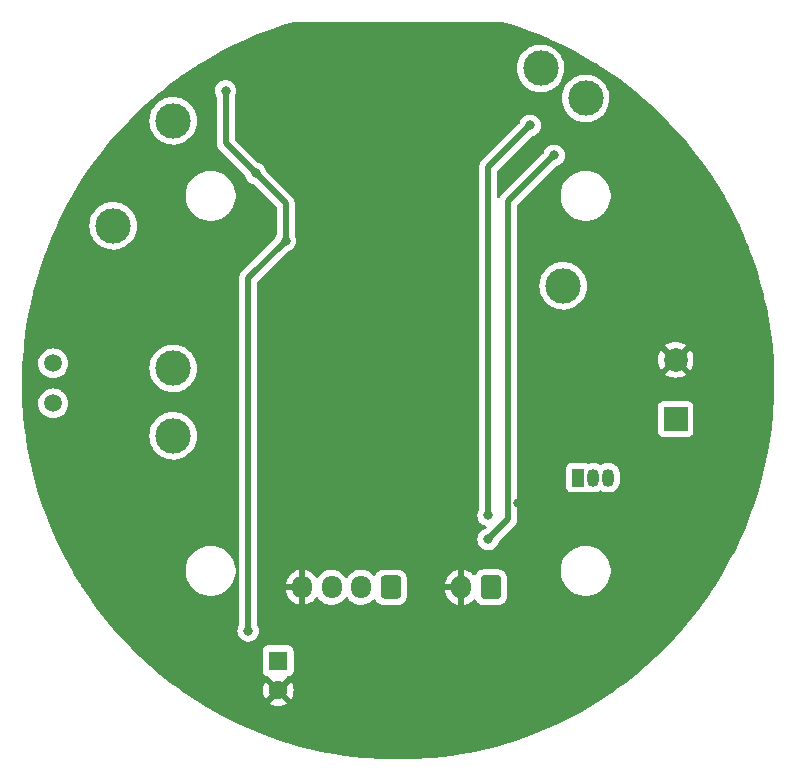
<source format=gbr>
%TF.GenerationSoftware,KiCad,Pcbnew,(6.0.1)*%
%TF.CreationDate,2022-02-03T04:09:52+01:00*%
%TF.ProjectId,ESP8266_12F_BASIC,45535038-3236-4365-9f31-32465f424153,rev?*%
%TF.SameCoordinates,Original*%
%TF.FileFunction,Copper,L2,Bot*%
%TF.FilePolarity,Positive*%
%FSLAX46Y46*%
G04 Gerber Fmt 4.6, Leading zero omitted, Abs format (unit mm)*
G04 Created by KiCad (PCBNEW (6.0.1)) date 2022-02-03 04:09:52*
%MOMM*%
%LPD*%
G01*
G04 APERTURE LIST*
G04 Aperture macros list*
%AMRoundRect*
0 Rectangle with rounded corners*
0 $1 Rounding radius*
0 $2 $3 $4 $5 $6 $7 $8 $9 X,Y pos of 4 corners*
0 Add a 4 corners polygon primitive as box body*
4,1,4,$2,$3,$4,$5,$6,$7,$8,$9,$2,$3,0*
0 Add four circle primitives for the rounded corners*
1,1,$1+$1,$2,$3*
1,1,$1+$1,$4,$5*
1,1,$1+$1,$6,$7*
1,1,$1+$1,$8,$9*
0 Add four rect primitives between the rounded corners*
20,1,$1+$1,$2,$3,$4,$5,0*
20,1,$1+$1,$4,$5,$6,$7,0*
20,1,$1+$1,$6,$7,$8,$9,0*
20,1,$1+$1,$8,$9,$2,$3,0*%
G04 Aperture macros list end*
%TA.AperFunction,ComponentPad*%
%ADD10C,3.000000*%
%TD*%
%TA.AperFunction,ComponentPad*%
%ADD11R,1.600000X1.600000*%
%TD*%
%TA.AperFunction,ComponentPad*%
%ADD12C,1.600000*%
%TD*%
%TA.AperFunction,ComponentPad*%
%ADD13C,1.500000*%
%TD*%
%TA.AperFunction,ComponentPad*%
%ADD14R,1.050000X1.500000*%
%TD*%
%TA.AperFunction,ComponentPad*%
%ADD15O,1.050000X1.500000*%
%TD*%
%TA.AperFunction,ComponentPad*%
%ADD16R,2.000000X2.000000*%
%TD*%
%TA.AperFunction,ComponentPad*%
%ADD17C,2.000000*%
%TD*%
%TA.AperFunction,ComponentPad*%
%ADD18RoundRect,0.250000X0.600000X0.750000X-0.600000X0.750000X-0.600000X-0.750000X0.600000X-0.750000X0*%
%TD*%
%TA.AperFunction,ComponentPad*%
%ADD19O,1.700000X2.000000*%
%TD*%
%TA.AperFunction,ComponentPad*%
%ADD20RoundRect,0.250000X0.600000X0.725000X-0.600000X0.725000X-0.600000X-0.725000X0.600000X-0.725000X0*%
%TD*%
%TA.AperFunction,ComponentPad*%
%ADD21O,1.700000X1.950000*%
%TD*%
%TA.AperFunction,ViaPad*%
%ADD22C,0.800000*%
%TD*%
%TA.AperFunction,Conductor*%
%ADD23C,0.500000*%
%TD*%
G04 APERTURE END LIST*
D10*
%TO.P,TP5,1,1*%
%TO.N,ESP_ADC*%
X128270000Y-88265000D03*
%TD*%
%TO.P,TP4,1,1*%
%TO.N,D1_IN*%
X133350000Y-106045000D03*
%TD*%
D11*
%TO.P,C3,1*%
%TO.N,VCC_3V3*%
X142240000Y-125095000D03*
D12*
%TO.P,C3,2*%
%TO.N,GND*%
X142240000Y-127595000D03*
%TD*%
D13*
%TO.P,R1,1*%
%TO.N,VCC_3V3*%
X123190000Y-103300000D03*
%TO.P,R1,2*%
%TO.N,ESP_ADC*%
X123190000Y-99900000D03*
%TD*%
D10*
%TO.P,TP2,1,1*%
%TO.N,MHZ_RX*%
X164465000Y-74930000D03*
%TD*%
D14*
%TO.P,Q1,1,C*%
%TO.N,VCC_IN*%
X167640000Y-109580000D03*
D15*
%TO.P,Q1,2,B*%
%TO.N,Net-(Q1-Pad2)*%
X168910000Y-109580000D03*
%TO.P,Q1,3,E*%
%TO.N,Net-(BZ1-Pad1)*%
X170180000Y-109580000D03*
%TD*%
D10*
%TO.P,TP3,1,1*%
%TO.N,BUZZ*%
X166370000Y-93345000D03*
%TD*%
%TO.P,TP7,1,1*%
%TO.N,ESP_RS*%
X133350000Y-79375000D03*
%TD*%
%TO.P,TP6,1,1*%
%TO.N,ESP_EN*%
X133350000Y-100330000D03*
%TD*%
%TO.P,TP1,1,1*%
%TO.N,MHZ_TX*%
X168275000Y-77470000D03*
%TD*%
D16*
%TO.P,BZ1,1,-*%
%TO.N,Net-(BZ1-Pad1)*%
X175895000Y-104605785D03*
D17*
%TO.P,BZ1,2,+*%
%TO.N,GND*%
X175895000Y-99605785D03*
%TD*%
D18*
%TO.P,J1,1,Pin_1*%
%TO.N,VCC_IN*%
X160254000Y-118872000D03*
D19*
%TO.P,J1,2,Pin_2*%
%TO.N,GND*%
X157754000Y-118872000D03*
%TD*%
D20*
%TO.P,J2,1,Pin_1*%
%TO.N,MHZ_TX*%
X151765000Y-118872000D03*
D21*
%TO.P,J2,2,Pin_2*%
%TO.N,MHZ_RX*%
X149265000Y-118872000D03*
%TO.P,J2,3,Pin_3*%
%TO.N,VCC_IN*%
X146765000Y-118872000D03*
%TO.P,J2,4,Pin_4*%
%TO.N,GND*%
X144265000Y-118872000D03*
%TD*%
D22*
%TO.N,GND*%
X172720000Y-86360000D03*
X136525000Y-78740000D03*
X163068000Y-109220000D03*
X127000000Y-96520000D03*
X147320000Y-132080000D03*
X127000000Y-106680000D03*
X132080000Y-91440000D03*
X142240000Y-111760000D03*
X132080000Y-96520000D03*
X177800000Y-111760000D03*
X156464000Y-99568000D03*
X177800000Y-86360000D03*
X147320000Y-111760000D03*
X182880000Y-96520000D03*
X182880000Y-101600000D03*
X127000000Y-101600000D03*
X127000000Y-116840000D03*
X132080000Y-86360000D03*
X137160000Y-127000000D03*
X132080000Y-111760000D03*
X172720000Y-116840000D03*
X172720000Y-111760000D03*
X172720000Y-121920000D03*
X127000000Y-111760000D03*
X142240000Y-106680000D03*
X137160000Y-106680000D03*
X167640000Y-127000000D03*
X167640000Y-81280000D03*
X137160000Y-96520000D03*
X177800000Y-91440000D03*
X172720000Y-91440000D03*
X157480000Y-132080000D03*
X157480000Y-111760000D03*
X177800000Y-96520000D03*
X152400000Y-132080000D03*
X162560000Y-111760000D03*
X172720000Y-96520000D03*
X177800000Y-116840000D03*
X137160000Y-111760000D03*
X152400000Y-111760000D03*
X172720000Y-81280000D03*
X149225000Y-101600000D03*
X167640000Y-121920000D03*
X132080000Y-121920000D03*
%TO.N,VCC_3V3*%
X142875000Y-89535000D03*
X137795000Y-76835000D03*
X139700000Y-122555000D03*
X140335000Y-83820000D03*
%TO.N,MHZ_TX*%
X165608000Y-82296000D03*
X160020000Y-114808000D03*
%TO.N,MHZ_RX*%
X163576000Y-79756000D03*
X160020000Y-112776000D03*
%TD*%
D23*
%TO.N,VCC_3V3*%
X139700000Y-92710000D02*
X139700000Y-122555000D01*
X137795000Y-81280000D02*
X137795000Y-76835000D01*
X142875000Y-89535000D02*
X142875000Y-86360000D01*
X140335000Y-83820000D02*
X137795000Y-81280000D01*
X142875000Y-89535000D02*
X139700000Y-92710000D01*
X142875000Y-86360000D02*
X140335000Y-83820000D01*
%TO.N,MHZ_TX*%
X160020000Y-114808000D02*
X161710489Y-113117511D01*
X161710489Y-113117511D02*
X161710489Y-86193511D01*
X161710489Y-86193511D02*
X165608000Y-82296000D01*
%TO.N,MHZ_RX*%
X160020000Y-112776000D02*
X160020000Y-83312000D01*
X160020000Y-83312000D02*
X163576000Y-79756000D01*
%TD*%
%TA.AperFunction,Conductor*%
%TO.N,GND*%
G36*
X161232524Y-70998475D02*
G01*
X162218674Y-71299066D01*
X162222884Y-71300430D01*
X162851849Y-71516567D01*
X163276972Y-71662656D01*
X163281094Y-71664154D01*
X164321823Y-72063189D01*
X164325889Y-72064830D01*
X165228513Y-72447799D01*
X165351947Y-72500170D01*
X165355991Y-72501971D01*
X166366072Y-72973058D01*
X166370050Y-72974999D01*
X167362962Y-73481274D01*
X167366870Y-73483353D01*
X168341458Y-74024232D01*
X168345242Y-74026420D01*
X168906655Y-74364317D01*
X169300194Y-74601176D01*
X169303946Y-74603525D01*
X169360266Y-74640177D01*
X170199802Y-75186533D01*
X170238100Y-75211457D01*
X170241760Y-75213931D01*
X170911634Y-75684173D01*
X171154019Y-75854324D01*
X171157593Y-75856929D01*
X171589867Y-76183633D01*
X172046738Y-76528927D01*
X172050222Y-76531657D01*
X172863658Y-77192581D01*
X172915246Y-77234497D01*
X172918625Y-77237342D01*
X173541282Y-77780657D01*
X173758439Y-77970143D01*
X173761722Y-77973111D01*
X174559828Y-78720490D01*
X174575266Y-78734947D01*
X174578434Y-78738021D01*
X174805451Y-78966094D01*
X175364708Y-79527955D01*
X175367775Y-79531146D01*
X176125838Y-80348232D01*
X176128791Y-80351530D01*
X176857652Y-81194701D01*
X176860488Y-81198100D01*
X177316565Y-81764774D01*
X177364457Y-81824279D01*
X177559307Y-82066380D01*
X177562017Y-82069871D01*
X178211672Y-82937801D01*
X178229906Y-82962162D01*
X178232486Y-82965739D01*
X178449635Y-83278148D01*
X178868631Y-83880953D01*
X178871093Y-83884632D01*
X179474676Y-84821593D01*
X179477007Y-84825355D01*
X180047310Y-85782943D01*
X180049508Y-85786785D01*
X180585830Y-86763827D01*
X180587892Y-86767745D01*
X181085735Y-87755425D01*
X181089568Y-87763030D01*
X181091480Y-87766996D01*
X181306105Y-88232819D01*
X181557877Y-88779266D01*
X181559659Y-88783318D01*
X181721494Y-89169729D01*
X181970277Y-89763745D01*
X181990221Y-89811366D01*
X181991850Y-89815455D01*
X182232283Y-90451350D01*
X182386044Y-90858017D01*
X182387536Y-90862184D01*
X182744844Y-91917880D01*
X182746190Y-91922097D01*
X182828190Y-92195663D01*
X183065472Y-92987276D01*
X183066214Y-92989753D01*
X183067409Y-92994013D01*
X183294643Y-93861846D01*
X183349724Y-94072209D01*
X183350768Y-94076502D01*
X183415789Y-94365968D01*
X183595043Y-95163982D01*
X183595937Y-95168318D01*
X183801859Y-96263682D01*
X183802600Y-96268045D01*
X183969919Y-97369958D01*
X183970507Y-97374346D01*
X184099020Y-98481480D01*
X184099453Y-98485885D01*
X184188998Y-99596840D01*
X184189276Y-99601258D01*
X184210876Y-100077797D01*
X184231448Y-100531653D01*
X184239744Y-100714689D01*
X184239866Y-100719097D01*
X184242268Y-100955472D01*
X184251192Y-101833571D01*
X184251160Y-101837997D01*
X184241142Y-102239130D01*
X184230299Y-102673334D01*
X184223333Y-102952251D01*
X184223145Y-102956655D01*
X184158086Y-104037818D01*
X184156199Y-104069182D01*
X184155857Y-104073579D01*
X184124036Y-104406706D01*
X184049872Y-105183104D01*
X184049374Y-105187503D01*
X184044306Y-105226161D01*
X183931420Y-106087161D01*
X183904481Y-106292627D01*
X183903832Y-106296979D01*
X183785523Y-107005303D01*
X183720217Y-107396297D01*
X183719412Y-107400649D01*
X183497285Y-108492887D01*
X183496326Y-108497209D01*
X183235988Y-109580904D01*
X183234879Y-109585189D01*
X182936630Y-110659099D01*
X182935371Y-110663343D01*
X182599574Y-111726143D01*
X182598166Y-111730339D01*
X182225264Y-112780638D01*
X182223710Y-112784783D01*
X181814130Y-113821374D01*
X181812452Y-113825414D01*
X181366683Y-114847053D01*
X181364882Y-114850989D01*
X180967304Y-115681321D01*
X180883533Y-115856275D01*
X180881552Y-115860233D01*
X180786780Y-116041525D01*
X180365200Y-116847972D01*
X180363081Y-116851858D01*
X179812351Y-117820852D01*
X179810096Y-117824662D01*
X179658032Y-118071600D01*
X179282665Y-118681161D01*
X179225668Y-118773718D01*
X179223287Y-118777436D01*
X178609086Y-119700566D01*
X178605900Y-119705354D01*
X178603396Y-119708978D01*
X178129413Y-120369797D01*
X177953763Y-120614685D01*
X177951120Y-120618236D01*
X177270101Y-121500530D01*
X177267335Y-121503986D01*
X176555757Y-122361802D01*
X176552872Y-122365159D01*
X175811569Y-123197488D01*
X175808567Y-123200741D01*
X175038518Y-124006484D01*
X175035404Y-124009630D01*
X174237513Y-124787843D01*
X174234291Y-124790877D01*
X173409558Y-125540583D01*
X173406230Y-125543503D01*
X172555690Y-126263762D01*
X172552263Y-126266563D01*
X171676907Y-126956535D01*
X171673383Y-126959213D01*
X171313429Y-127222978D01*
X170804194Y-127596132D01*
X170774366Y-127617989D01*
X170770762Y-127620533D01*
X170320741Y-127926597D01*
X169849144Y-128247334D01*
X169845440Y-128249759D01*
X168902386Y-128843793D01*
X168898600Y-128846086D01*
X168473793Y-129093271D01*
X167935241Y-129406642D01*
X167931436Y-129408768D01*
X167145136Y-129830046D01*
X166948943Y-129935161D01*
X166945018Y-129937176D01*
X165944692Y-130428707D01*
X165940716Y-130430575D01*
X164923734Y-130886671D01*
X164919698Y-130888398D01*
X163887296Y-131308502D01*
X163883167Y-131310098D01*
X162836696Y-131693660D01*
X162832514Y-131695110D01*
X161773199Y-132041685D01*
X161768968Y-132042987D01*
X160698156Y-132352132D01*
X160693887Y-132353284D01*
X159612852Y-132624632D01*
X159608560Y-132625630D01*
X158518649Y-132858842D01*
X158514333Y-132859686D01*
X157655004Y-133012210D01*
X157416914Y-133054469D01*
X157412542Y-133055166D01*
X156308979Y-133211278D01*
X156304587Y-133211821D01*
X155196200Y-133329077D01*
X155191790Y-133329465D01*
X154677726Y-133365645D01*
X154079982Y-133407714D01*
X154075575Y-133407947D01*
X153035887Y-133444489D01*
X152961711Y-133447096D01*
X152957285Y-133447174D01*
X151842715Y-133447174D01*
X151838289Y-133447096D01*
X151764113Y-133444489D01*
X150724425Y-133407947D01*
X150720018Y-133407714D01*
X150122274Y-133365645D01*
X149608210Y-133329465D01*
X149603800Y-133329077D01*
X148495413Y-133211821D01*
X148491021Y-133211278D01*
X147387458Y-133055166D01*
X147383086Y-133054469D01*
X147144996Y-133012210D01*
X146285667Y-132859686D01*
X146281351Y-132858842D01*
X145191440Y-132625630D01*
X145187148Y-132624632D01*
X144106113Y-132353284D01*
X144101844Y-132352132D01*
X143031032Y-132042987D01*
X143026801Y-132041685D01*
X141967486Y-131695110D01*
X141963304Y-131693660D01*
X140916833Y-131310098D01*
X140912704Y-131308502D01*
X139880302Y-130888398D01*
X139876266Y-130886671D01*
X138859284Y-130430575D01*
X138855308Y-130428707D01*
X137854982Y-129937176D01*
X137851057Y-129935161D01*
X137654864Y-129830046D01*
X136868564Y-129408768D01*
X136864759Y-129406642D01*
X136326207Y-129093271D01*
X135901400Y-128846086D01*
X135897614Y-128843793D01*
X135639272Y-128681062D01*
X141518493Y-128681062D01*
X141527789Y-128693077D01*
X141578994Y-128728931D01*
X141588489Y-128734414D01*
X141785947Y-128826490D01*
X141796239Y-128830236D01*
X142006688Y-128886625D01*
X142017481Y-128888528D01*
X142234525Y-128907517D01*
X142245475Y-128907517D01*
X142462519Y-128888528D01*
X142473312Y-128886625D01*
X142683761Y-128830236D01*
X142694053Y-128826490D01*
X142891511Y-128734414D01*
X142901006Y-128728931D01*
X142953048Y-128692491D01*
X142961424Y-128682012D01*
X142954356Y-128668566D01*
X142252812Y-127967022D01*
X142238868Y-127959408D01*
X142237035Y-127959539D01*
X142230420Y-127963790D01*
X141524923Y-128669287D01*
X141518493Y-128681062D01*
X135639272Y-128681062D01*
X134954560Y-128249759D01*
X134950856Y-128247334D01*
X134479259Y-127926597D01*
X134029238Y-127620533D01*
X134025634Y-127617989D01*
X134001734Y-127600475D01*
X140927483Y-127600475D01*
X140946472Y-127817519D01*
X140948375Y-127828312D01*
X141004764Y-128038761D01*
X141008510Y-128049053D01*
X141100586Y-128246511D01*
X141106069Y-128256006D01*
X141142509Y-128308048D01*
X141152988Y-128316424D01*
X141166434Y-128309356D01*
X141867978Y-127607812D01*
X141874356Y-127596132D01*
X142604408Y-127596132D01*
X142604539Y-127597965D01*
X142608790Y-127604580D01*
X143314287Y-128310077D01*
X143326062Y-128316507D01*
X143338077Y-128307211D01*
X143373931Y-128256006D01*
X143379414Y-128246511D01*
X143471490Y-128049053D01*
X143475236Y-128038761D01*
X143531625Y-127828312D01*
X143533528Y-127817519D01*
X143552517Y-127600475D01*
X143552517Y-127589525D01*
X143533528Y-127372481D01*
X143531625Y-127361688D01*
X143475236Y-127151239D01*
X143471490Y-127140947D01*
X143379414Y-126943489D01*
X143373931Y-126933994D01*
X143337491Y-126881952D01*
X143327012Y-126873576D01*
X143313566Y-126880644D01*
X142612022Y-127582188D01*
X142604408Y-127596132D01*
X141874356Y-127596132D01*
X141875592Y-127593868D01*
X141875461Y-127592035D01*
X141871210Y-127585420D01*
X141165713Y-126879923D01*
X141153938Y-126873493D01*
X141141923Y-126882789D01*
X141106069Y-126933994D01*
X141100586Y-126943489D01*
X141008510Y-127140947D01*
X141004764Y-127151239D01*
X140948375Y-127361688D01*
X140946472Y-127372481D01*
X140927483Y-127589525D01*
X140927483Y-127600475D01*
X134001734Y-127600475D01*
X133995807Y-127596132D01*
X133486571Y-127222978D01*
X133126617Y-126959213D01*
X133123093Y-126956535D01*
X132247737Y-126266563D01*
X132244310Y-126263762D01*
X131865687Y-125943134D01*
X140931500Y-125943134D01*
X140938255Y-126005316D01*
X140989385Y-126141705D01*
X141076739Y-126258261D01*
X141193295Y-126345615D01*
X141329684Y-126396745D01*
X141373252Y-126401478D01*
X141388486Y-126403133D01*
X141388489Y-126403133D01*
X141391866Y-126403500D01*
X141395185Y-126403500D01*
X141462110Y-126427153D01*
X141497804Y-126473156D01*
X141499734Y-126472141D01*
X141505442Y-126483000D01*
X141505632Y-126483245D01*
X141505653Y-126483403D01*
X141525644Y-126521434D01*
X142227188Y-127222978D01*
X142241132Y-127230592D01*
X142242965Y-127230461D01*
X142249580Y-127226210D01*
X142955077Y-126520713D01*
X142977871Y-126478971D01*
X142980047Y-126468971D01*
X143030253Y-126418773D01*
X143083814Y-126403549D01*
X143084719Y-126403500D01*
X143088134Y-126403500D01*
X143091530Y-126403131D01*
X143091532Y-126403131D01*
X143103879Y-126401790D01*
X143150316Y-126396745D01*
X143286705Y-126345615D01*
X143403261Y-126258261D01*
X143490615Y-126141705D01*
X143541745Y-126005316D01*
X143548500Y-125943134D01*
X143548500Y-124246866D01*
X143541745Y-124184684D01*
X143490615Y-124048295D01*
X143403261Y-123931739D01*
X143286705Y-123844385D01*
X143150316Y-123793255D01*
X143088134Y-123786500D01*
X141391866Y-123786500D01*
X141329684Y-123793255D01*
X141193295Y-123844385D01*
X141076739Y-123931739D01*
X140989385Y-124048295D01*
X140938255Y-124184684D01*
X140931500Y-124246866D01*
X140931500Y-125943134D01*
X131865687Y-125943134D01*
X131393770Y-125543503D01*
X131390442Y-125540583D01*
X130565709Y-124790877D01*
X130562487Y-124787843D01*
X129764596Y-124009630D01*
X129761482Y-124006484D01*
X128991433Y-123200741D01*
X128988431Y-123197488D01*
X128247128Y-122365159D01*
X128244243Y-122361802D01*
X127532665Y-121503986D01*
X127529899Y-121500530D01*
X126848880Y-120618236D01*
X126846237Y-120614685D01*
X126670587Y-120369797D01*
X126196604Y-119708978D01*
X126194100Y-119705354D01*
X126190915Y-119700566D01*
X125576713Y-118777436D01*
X125574332Y-118773718D01*
X125517336Y-118681161D01*
X125141968Y-118071600D01*
X124989904Y-117824662D01*
X124987649Y-117820852D01*
X124866505Y-117607703D01*
X134415743Y-117607703D01*
X134416302Y-117611947D01*
X134416302Y-117611951D01*
X134430880Y-117722682D01*
X134453268Y-117892734D01*
X134454401Y-117896874D01*
X134454401Y-117896876D01*
X134470214Y-117954678D01*
X134529129Y-118170036D01*
X134530813Y-118173984D01*
X134626027Y-118397208D01*
X134641923Y-118434476D01*
X134653693Y-118454142D01*
X134766629Y-118642844D01*
X134789561Y-118681161D01*
X134969313Y-118905528D01*
X135177851Y-119103423D01*
X135411317Y-119271186D01*
X135415112Y-119273195D01*
X135415113Y-119273196D01*
X135436869Y-119284715D01*
X135665392Y-119405712D01*
X135689699Y-119414607D01*
X135839797Y-119469535D01*
X135935373Y-119504511D01*
X136216264Y-119565755D01*
X136244841Y-119568004D01*
X136439282Y-119583307D01*
X136439291Y-119583307D01*
X136441739Y-119583500D01*
X136597271Y-119583500D01*
X136599407Y-119583354D01*
X136599418Y-119583354D01*
X136807548Y-119569165D01*
X136807554Y-119569164D01*
X136811825Y-119568873D01*
X136816020Y-119568004D01*
X136816022Y-119568004D01*
X136952584Y-119539723D01*
X137093342Y-119510574D01*
X137364343Y-119414607D01*
X137619812Y-119282750D01*
X137623313Y-119280289D01*
X137623317Y-119280287D01*
X137737418Y-119200095D01*
X137855023Y-119117441D01*
X138065622Y-118921740D01*
X138247713Y-118699268D01*
X138397927Y-118454142D01*
X138433894Y-118372208D01*
X138511757Y-118194830D01*
X138513483Y-118190898D01*
X138592244Y-117914406D01*
X138632751Y-117629784D01*
X138632845Y-117611951D01*
X138634235Y-117346583D01*
X138634235Y-117346576D01*
X138634257Y-117342297D01*
X138596732Y-117057266D01*
X138520871Y-116779964D01*
X138408077Y-116515524D01*
X138260439Y-116268839D01*
X138080687Y-116044472D01*
X137957289Y-115927372D01*
X137875258Y-115849527D01*
X137875255Y-115849525D01*
X137872149Y-115846577D01*
X137682064Y-115709987D01*
X137642172Y-115681321D01*
X137642171Y-115681320D01*
X137638683Y-115678814D01*
X137616843Y-115667250D01*
X137593654Y-115654972D01*
X137384608Y-115544288D01*
X137114627Y-115445489D01*
X136833736Y-115384245D01*
X136802685Y-115381801D01*
X136610718Y-115366693D01*
X136610709Y-115366693D01*
X136608261Y-115366500D01*
X136452729Y-115366500D01*
X136450593Y-115366646D01*
X136450582Y-115366646D01*
X136242452Y-115380835D01*
X136242446Y-115380836D01*
X136238175Y-115381127D01*
X136233980Y-115381996D01*
X136233978Y-115381996D01*
X136097417Y-115410276D01*
X135956658Y-115439426D01*
X135685657Y-115535393D01*
X135430188Y-115667250D01*
X135426687Y-115669711D01*
X135426683Y-115669713D01*
X135416608Y-115676794D01*
X135194977Y-115832559D01*
X134984378Y-116028260D01*
X134802287Y-116250732D01*
X134652073Y-116495858D01*
X134536517Y-116759102D01*
X134457756Y-117035594D01*
X134417249Y-117320216D01*
X134417227Y-117324505D01*
X134417226Y-117324512D01*
X134415828Y-117591432D01*
X134415743Y-117607703D01*
X124866505Y-117607703D01*
X124436919Y-116851858D01*
X124434800Y-116847972D01*
X124013221Y-116041525D01*
X123918448Y-115860233D01*
X123916467Y-115856275D01*
X123832696Y-115681321D01*
X123435118Y-114850989D01*
X123433317Y-114847053D01*
X122987548Y-113825414D01*
X122985870Y-113821374D01*
X122576290Y-112784783D01*
X122574736Y-112780638D01*
X122201834Y-111730339D01*
X122200426Y-111726143D01*
X121864629Y-110663343D01*
X121863370Y-110659099D01*
X121565121Y-109585189D01*
X121564012Y-109580904D01*
X121303674Y-108497209D01*
X121302715Y-108492887D01*
X121080588Y-107400649D01*
X121079783Y-107396297D01*
X121014477Y-107005303D01*
X120896168Y-106296979D01*
X120895519Y-106292627D01*
X120868581Y-106087161D01*
X120860289Y-106023918D01*
X131336917Y-106023918D01*
X131352682Y-106297320D01*
X131353507Y-106301525D01*
X131353508Y-106301533D01*
X131364127Y-106355657D01*
X131405405Y-106566053D01*
X131406792Y-106570103D01*
X131406793Y-106570108D01*
X131427605Y-106630895D01*
X131494112Y-106825144D01*
X131617160Y-107069799D01*
X131619586Y-107073328D01*
X131619589Y-107073334D01*
X131769843Y-107291953D01*
X131772274Y-107295490D01*
X131956582Y-107498043D01*
X132166675Y-107673707D01*
X132170316Y-107675991D01*
X132395024Y-107816951D01*
X132395028Y-107816953D01*
X132398664Y-107819234D01*
X132466544Y-107849883D01*
X132644345Y-107930164D01*
X132644349Y-107930166D01*
X132648257Y-107931930D01*
X132652377Y-107933150D01*
X132652376Y-107933150D01*
X132906723Y-108008491D01*
X132906727Y-108008492D01*
X132910836Y-108009709D01*
X132915070Y-108010357D01*
X132915075Y-108010358D01*
X133177298Y-108050483D01*
X133177300Y-108050483D01*
X133181540Y-108051132D01*
X133320912Y-108053322D01*
X133451071Y-108055367D01*
X133451077Y-108055367D01*
X133455362Y-108055434D01*
X133727235Y-108022534D01*
X133992127Y-107953041D01*
X133996087Y-107951401D01*
X133996092Y-107951399D01*
X134118631Y-107900641D01*
X134245136Y-107848241D01*
X134481582Y-107710073D01*
X134697089Y-107541094D01*
X134738809Y-107498043D01*
X134884686Y-107347509D01*
X134887669Y-107344431D01*
X134890202Y-107340983D01*
X134890206Y-107340978D01*
X135047257Y-107127178D01*
X135049795Y-107123723D01*
X135077154Y-107073334D01*
X135178418Y-106886830D01*
X135178419Y-106886828D01*
X135180468Y-106883054D01*
X135277269Y-106626877D01*
X135338407Y-106359933D01*
X135344220Y-106294805D01*
X135362531Y-106089627D01*
X135362531Y-106089625D01*
X135362751Y-106087161D01*
X135363074Y-106056400D01*
X135363167Y-106047484D01*
X135363167Y-106047483D01*
X135363193Y-106045000D01*
X135350559Y-105859676D01*
X135344859Y-105776055D01*
X135344858Y-105776049D01*
X135344567Y-105771778D01*
X135289032Y-105503612D01*
X135197617Y-105245465D01*
X135072013Y-105002112D01*
X135062040Y-104987921D01*
X134917008Y-104781562D01*
X134914545Y-104778057D01*
X134728125Y-104577445D01*
X134724810Y-104574731D01*
X134724806Y-104574728D01*
X134519523Y-104406706D01*
X134516205Y-104403990D01*
X134282704Y-104260901D01*
X134278768Y-104259173D01*
X134035873Y-104152549D01*
X134035869Y-104152548D01*
X134031945Y-104150825D01*
X133768566Y-104075800D01*
X133764324Y-104075196D01*
X133764318Y-104075195D01*
X133563834Y-104046662D01*
X133497443Y-104037213D01*
X133353589Y-104036460D01*
X133227877Y-104035802D01*
X133227871Y-104035802D01*
X133223591Y-104035780D01*
X133219347Y-104036339D01*
X133219343Y-104036339D01*
X133100302Y-104052011D01*
X132952078Y-104071525D01*
X132947938Y-104072658D01*
X132947936Y-104072658D01*
X132875008Y-104092609D01*
X132687928Y-104143788D01*
X132683980Y-104145472D01*
X132439982Y-104249546D01*
X132439978Y-104249548D01*
X132436030Y-104251232D01*
X132408432Y-104267749D01*
X132204725Y-104389664D01*
X132204721Y-104389667D01*
X132201043Y-104391868D01*
X131987318Y-104563094D01*
X131798808Y-104761742D01*
X131639002Y-104984136D01*
X131510857Y-105226161D01*
X131509385Y-105230184D01*
X131509383Y-105230188D01*
X131502314Y-105249506D01*
X131416743Y-105483337D01*
X131358404Y-105750907D01*
X131336917Y-106023918D01*
X120860289Y-106023918D01*
X120755694Y-105226161D01*
X120750626Y-105187503D01*
X120750128Y-105183104D01*
X120675964Y-104406706D01*
X120644143Y-104073579D01*
X120643801Y-104069182D01*
X120641914Y-104037818D01*
X120597516Y-103300000D01*
X121926693Y-103300000D01*
X121945885Y-103519371D01*
X122002880Y-103732076D01*
X122005205Y-103737061D01*
X122093618Y-103926666D01*
X122093621Y-103926671D01*
X122095944Y-103931653D01*
X122099100Y-103936160D01*
X122099101Y-103936162D01*
X122194677Y-104072658D01*
X122222251Y-104112038D01*
X122377962Y-104267749D01*
X122558346Y-104394056D01*
X122757924Y-104487120D01*
X122970629Y-104544115D01*
X123190000Y-104563307D01*
X123409371Y-104544115D01*
X123622076Y-104487120D01*
X123821654Y-104394056D01*
X124002038Y-104267749D01*
X124157749Y-104112038D01*
X124185324Y-104072658D01*
X124280899Y-103936162D01*
X124280900Y-103936160D01*
X124284056Y-103931653D01*
X124286379Y-103926671D01*
X124286382Y-103926666D01*
X124374795Y-103737061D01*
X124377120Y-103732076D01*
X124434115Y-103519371D01*
X124453307Y-103300000D01*
X124434115Y-103080629D01*
X124377120Y-102867924D01*
X124333585Y-102774562D01*
X124286382Y-102673334D01*
X124286379Y-102673329D01*
X124284056Y-102668347D01*
X124157749Y-102487962D01*
X124002038Y-102332251D01*
X123965184Y-102306445D01*
X123865148Y-102236399D01*
X123821654Y-102205944D01*
X123622076Y-102112880D01*
X123409371Y-102055885D01*
X123190000Y-102036693D01*
X122970629Y-102055885D01*
X122757924Y-102112880D01*
X122664562Y-102156415D01*
X122563334Y-102203618D01*
X122563329Y-102203621D01*
X122558347Y-102205944D01*
X122553840Y-102209100D01*
X122553838Y-102209101D01*
X122382473Y-102329092D01*
X122382470Y-102329094D01*
X122377962Y-102332251D01*
X122222251Y-102487962D01*
X122095944Y-102668347D01*
X122093621Y-102673329D01*
X122093618Y-102673334D01*
X122046415Y-102774562D01*
X122002880Y-102867924D01*
X121945885Y-103080629D01*
X121926693Y-103300000D01*
X120597516Y-103300000D01*
X120576855Y-102956655D01*
X120576667Y-102952251D01*
X120569702Y-102673334D01*
X120558858Y-102239130D01*
X120548840Y-101837997D01*
X120548808Y-101833571D01*
X120557732Y-100955472D01*
X120560134Y-100719097D01*
X120560256Y-100714689D01*
X120568553Y-100531653D01*
X120589124Y-100077797D01*
X120597183Y-99900000D01*
X121926693Y-99900000D01*
X121945885Y-100119371D01*
X122002880Y-100332076D01*
X122005205Y-100337061D01*
X122093618Y-100526666D01*
X122093621Y-100526671D01*
X122095944Y-100531653D01*
X122099100Y-100536160D01*
X122099101Y-100536162D01*
X122175264Y-100644933D01*
X122222251Y-100712038D01*
X122377962Y-100867749D01*
X122558346Y-100994056D01*
X122757924Y-101087120D01*
X122970629Y-101144115D01*
X123190000Y-101163307D01*
X123409371Y-101144115D01*
X123622076Y-101087120D01*
X123821654Y-100994056D01*
X124002038Y-100867749D01*
X124157749Y-100712038D01*
X124204737Y-100644933D01*
X124280899Y-100536162D01*
X124280900Y-100536160D01*
X124284056Y-100531653D01*
X124286379Y-100526671D01*
X124286382Y-100526666D01*
X124374795Y-100337061D01*
X124377120Y-100332076D01*
X124383325Y-100308918D01*
X131336917Y-100308918D01*
X131352682Y-100582320D01*
X131353507Y-100586525D01*
X131353508Y-100586533D01*
X131378652Y-100714689D01*
X131405405Y-100851053D01*
X131406792Y-100855103D01*
X131406793Y-100855108D01*
X131490712Y-101100213D01*
X131494112Y-101110144D01*
X131617160Y-101354799D01*
X131619586Y-101358328D01*
X131619589Y-101358334D01*
X131769843Y-101576953D01*
X131772274Y-101580490D01*
X131956582Y-101783043D01*
X132166675Y-101958707D01*
X132170316Y-101960991D01*
X132395024Y-102101951D01*
X132395028Y-102101953D01*
X132398664Y-102104234D01*
X132466544Y-102134883D01*
X132644345Y-102215164D01*
X132644349Y-102215166D01*
X132648257Y-102216930D01*
X132652377Y-102218150D01*
X132652376Y-102218150D01*
X132906723Y-102293491D01*
X132906727Y-102293492D01*
X132910836Y-102294709D01*
X132915070Y-102295357D01*
X132915075Y-102295358D01*
X133177298Y-102335483D01*
X133177300Y-102335483D01*
X133181540Y-102336132D01*
X133320912Y-102338322D01*
X133451071Y-102340367D01*
X133451077Y-102340367D01*
X133455362Y-102340434D01*
X133727235Y-102307534D01*
X133992127Y-102238041D01*
X133996087Y-102236401D01*
X133996092Y-102236399D01*
X134118632Y-102185641D01*
X134245136Y-102133241D01*
X134481582Y-101995073D01*
X134697089Y-101826094D01*
X134738809Y-101783043D01*
X134884686Y-101632509D01*
X134887669Y-101629431D01*
X134890202Y-101625983D01*
X134890206Y-101625978D01*
X135047257Y-101412178D01*
X135049795Y-101408723D01*
X135077154Y-101358334D01*
X135178418Y-101171830D01*
X135178419Y-101171828D01*
X135180468Y-101168054D01*
X135260796Y-100955472D01*
X135275751Y-100915895D01*
X135275752Y-100915891D01*
X135277269Y-100911877D01*
X135302107Y-100803427D01*
X135337449Y-100649117D01*
X135337450Y-100649113D01*
X135338407Y-100644933D01*
X135348115Y-100536162D01*
X135362531Y-100374627D01*
X135362531Y-100374625D01*
X135362751Y-100372161D01*
X135363193Y-100330000D01*
X135363024Y-100327519D01*
X135344859Y-100061055D01*
X135344858Y-100061049D01*
X135344567Y-100056778D01*
X135289032Y-99788612D01*
X135197617Y-99530465D01*
X135072013Y-99287112D01*
X135062040Y-99272921D01*
X134932048Y-99087962D01*
X134914545Y-99063057D01*
X134784974Y-98923622D01*
X134731046Y-98865588D01*
X134731043Y-98865585D01*
X134728125Y-98862445D01*
X134724810Y-98859731D01*
X134724806Y-98859728D01*
X134519523Y-98691706D01*
X134516205Y-98688990D01*
X134282704Y-98545901D01*
X134278768Y-98544173D01*
X134035873Y-98437549D01*
X134035869Y-98437548D01*
X134031945Y-98435825D01*
X133768566Y-98360800D01*
X133764324Y-98360196D01*
X133764318Y-98360195D01*
X133563834Y-98331662D01*
X133497443Y-98322213D01*
X133353589Y-98321460D01*
X133227877Y-98320802D01*
X133227871Y-98320802D01*
X133223591Y-98320780D01*
X133219347Y-98321339D01*
X133219343Y-98321339D01*
X133100302Y-98337011D01*
X132952078Y-98356525D01*
X132947938Y-98357658D01*
X132947936Y-98357658D01*
X132891435Y-98373115D01*
X132687928Y-98428788D01*
X132683980Y-98430472D01*
X132439982Y-98534546D01*
X132439978Y-98534548D01*
X132436030Y-98536232D01*
X132416125Y-98548145D01*
X132204725Y-98674664D01*
X132204721Y-98674667D01*
X132201043Y-98676868D01*
X131987318Y-98848094D01*
X131798808Y-99046742D01*
X131639002Y-99269136D01*
X131510857Y-99511161D01*
X131509385Y-99515184D01*
X131509383Y-99515188D01*
X131418214Y-99764317D01*
X131416743Y-99768337D01*
X131358404Y-100035907D01*
X131336917Y-100308918D01*
X124383325Y-100308918D01*
X124434115Y-100119371D01*
X124453307Y-99900000D01*
X124434115Y-99680629D01*
X124377120Y-99467924D01*
X124328818Y-99364339D01*
X124286382Y-99273334D01*
X124286379Y-99273329D01*
X124284056Y-99268347D01*
X124280899Y-99263838D01*
X124160908Y-99092473D01*
X124160906Y-99092470D01*
X124157749Y-99087962D01*
X124002038Y-98932251D01*
X123821654Y-98805944D01*
X123622076Y-98712880D01*
X123409371Y-98655885D01*
X123190000Y-98636693D01*
X122970629Y-98655885D01*
X122757924Y-98712880D01*
X122704172Y-98737945D01*
X122563334Y-98803618D01*
X122563329Y-98803621D01*
X122558347Y-98805944D01*
X122553840Y-98809100D01*
X122553838Y-98809101D01*
X122382473Y-98929092D01*
X122382470Y-98929094D01*
X122377962Y-98932251D01*
X122222251Y-99087962D01*
X122219094Y-99092470D01*
X122219092Y-99092473D01*
X122099101Y-99263838D01*
X122095944Y-99268347D01*
X122093621Y-99273329D01*
X122093618Y-99273334D01*
X122051182Y-99364339D01*
X122002880Y-99467924D01*
X121945885Y-99680629D01*
X121926693Y-99900000D01*
X120597183Y-99900000D01*
X120610724Y-99601258D01*
X120611002Y-99596840D01*
X120700547Y-98485885D01*
X120700980Y-98481480D01*
X120829493Y-97374346D01*
X120830081Y-97369958D01*
X120997400Y-96268045D01*
X120998141Y-96263682D01*
X121204063Y-95168318D01*
X121204957Y-95163982D01*
X121384211Y-94365968D01*
X121449232Y-94076502D01*
X121450276Y-94072209D01*
X121505358Y-93861846D01*
X121732591Y-92994013D01*
X121733786Y-92989753D01*
X121734529Y-92987276D01*
X121971810Y-92195663D01*
X122053810Y-91922097D01*
X122055156Y-91917880D01*
X122412464Y-90862184D01*
X122413956Y-90858017D01*
X122567717Y-90451350D01*
X122808150Y-89815455D01*
X122809779Y-89811366D01*
X122829724Y-89763745D01*
X123078506Y-89169729D01*
X123240341Y-88783318D01*
X123242123Y-88779266D01*
X123488781Y-88243918D01*
X126256917Y-88243918D01*
X126272682Y-88517320D01*
X126273507Y-88521525D01*
X126273508Y-88521533D01*
X126284127Y-88575657D01*
X126325405Y-88786053D01*
X126326792Y-88790103D01*
X126326793Y-88790108D01*
X126347605Y-88850895D01*
X126414112Y-89045144D01*
X126537160Y-89289799D01*
X126539586Y-89293328D01*
X126539589Y-89293334D01*
X126689843Y-89511953D01*
X126692274Y-89515490D01*
X126876582Y-89718043D01*
X127086675Y-89893707D01*
X127090316Y-89895991D01*
X127315024Y-90036951D01*
X127315028Y-90036953D01*
X127318664Y-90039234D01*
X127443460Y-90095582D01*
X127564345Y-90150164D01*
X127564349Y-90150166D01*
X127568257Y-90151930D01*
X127631393Y-90170632D01*
X127826723Y-90228491D01*
X127826727Y-90228492D01*
X127830836Y-90229709D01*
X127835070Y-90230357D01*
X127835075Y-90230358D01*
X128097298Y-90270483D01*
X128097300Y-90270483D01*
X128101540Y-90271132D01*
X128240912Y-90273322D01*
X128371071Y-90275367D01*
X128371077Y-90275367D01*
X128375362Y-90275434D01*
X128647235Y-90242534D01*
X128912127Y-90173041D01*
X128916087Y-90171401D01*
X128916092Y-90171399D01*
X129144347Y-90076852D01*
X129165136Y-90068241D01*
X129401582Y-89930073D01*
X129617089Y-89761094D01*
X129652137Y-89724928D01*
X129804686Y-89567509D01*
X129807669Y-89564431D01*
X129810202Y-89560983D01*
X129810206Y-89560978D01*
X129967257Y-89347178D01*
X129969795Y-89343723D01*
X129997154Y-89293334D01*
X130098418Y-89106830D01*
X130098419Y-89106828D01*
X130100468Y-89103054D01*
X130197269Y-88846877D01*
X130258407Y-88579933D01*
X130282751Y-88307161D01*
X130283193Y-88265000D01*
X130264567Y-87991778D01*
X130209032Y-87723612D01*
X130117617Y-87465465D01*
X129992013Y-87222112D01*
X129982040Y-87207921D01*
X129837008Y-87001562D01*
X129834545Y-86998057D01*
X129648125Y-86797445D01*
X129644810Y-86794731D01*
X129644806Y-86794728D01*
X129439523Y-86626706D01*
X129436205Y-86623990D01*
X129202704Y-86480901D01*
X129198768Y-86479173D01*
X128955873Y-86372549D01*
X128955869Y-86372548D01*
X128951945Y-86370825D01*
X128688566Y-86295800D01*
X128684324Y-86295196D01*
X128684318Y-86295195D01*
X128483834Y-86266662D01*
X128417443Y-86257213D01*
X128273589Y-86256460D01*
X128147877Y-86255802D01*
X128147871Y-86255802D01*
X128143591Y-86255780D01*
X128139347Y-86256339D01*
X128139343Y-86256339D01*
X128020302Y-86272011D01*
X127872078Y-86291525D01*
X127867938Y-86292658D01*
X127867936Y-86292658D01*
X127795008Y-86312609D01*
X127607928Y-86363788D01*
X127603980Y-86365472D01*
X127359982Y-86469546D01*
X127359978Y-86469548D01*
X127356030Y-86471232D01*
X127237414Y-86542222D01*
X127124725Y-86609664D01*
X127124721Y-86609667D01*
X127121043Y-86611868D01*
X126907318Y-86783094D01*
X126890717Y-86800588D01*
X126749625Y-86949268D01*
X126718808Y-86981742D01*
X126559002Y-87204136D01*
X126430857Y-87446161D01*
X126429385Y-87450184D01*
X126429383Y-87450188D01*
X126338214Y-87699317D01*
X126336743Y-87703337D01*
X126278404Y-87970907D01*
X126256917Y-88243918D01*
X123488781Y-88243918D01*
X123493895Y-88232819D01*
X123708520Y-87766996D01*
X123710432Y-87763030D01*
X123714266Y-87755425D01*
X124212108Y-86767745D01*
X124214170Y-86763827D01*
X124711563Y-85857703D01*
X134415743Y-85857703D01*
X134416302Y-85861947D01*
X134416302Y-85861951D01*
X134426026Y-85935814D01*
X134453268Y-86142734D01*
X134529129Y-86420036D01*
X134530813Y-86423984D01*
X134637532Y-86674181D01*
X134641923Y-86684476D01*
X134789561Y-86931161D01*
X134969313Y-87155528D01*
X135177851Y-87353423D01*
X135411317Y-87521186D01*
X135415112Y-87523195D01*
X135415113Y-87523196D01*
X135436869Y-87534715D01*
X135665392Y-87655712D01*
X135689699Y-87664607D01*
X135850938Y-87723612D01*
X135935373Y-87754511D01*
X136216264Y-87815755D01*
X136244841Y-87818004D01*
X136439282Y-87833307D01*
X136439291Y-87833307D01*
X136441739Y-87833500D01*
X136597271Y-87833500D01*
X136599407Y-87833354D01*
X136599418Y-87833354D01*
X136807548Y-87819165D01*
X136807554Y-87819164D01*
X136811825Y-87818873D01*
X136816020Y-87818004D01*
X136816022Y-87818004D01*
X136952584Y-87789723D01*
X137093342Y-87760574D01*
X137364343Y-87664607D01*
X137619812Y-87532750D01*
X137623313Y-87530289D01*
X137623317Y-87530287D01*
X137748408Y-87442371D01*
X137855023Y-87367441D01*
X138007319Y-87225919D01*
X138062479Y-87174661D01*
X138062481Y-87174658D01*
X138065622Y-87171740D01*
X138247713Y-86949268D01*
X138397927Y-86704142D01*
X138438433Y-86611868D01*
X138511757Y-86444830D01*
X138513483Y-86440898D01*
X138520139Y-86417534D01*
X138580757Y-86204732D01*
X138592244Y-86164406D01*
X138632751Y-85879784D01*
X138632781Y-85874223D01*
X138634235Y-85596583D01*
X138634235Y-85596576D01*
X138634257Y-85592297D01*
X138596732Y-85307266D01*
X138520871Y-85029964D01*
X138510295Y-85005170D01*
X138409763Y-84769476D01*
X138409761Y-84769472D01*
X138408077Y-84765524D01*
X138260439Y-84518839D01*
X138080687Y-84294472D01*
X137872149Y-84096577D01*
X137638683Y-83928814D01*
X137616843Y-83917250D01*
X137548289Y-83880953D01*
X137384608Y-83794288D01*
X137114627Y-83695489D01*
X136833736Y-83634245D01*
X136802685Y-83631801D01*
X136610718Y-83616693D01*
X136610709Y-83616693D01*
X136608261Y-83616500D01*
X136452729Y-83616500D01*
X136450593Y-83616646D01*
X136450582Y-83616646D01*
X136242452Y-83630835D01*
X136242446Y-83630836D01*
X136238175Y-83631127D01*
X136233980Y-83631996D01*
X136233978Y-83631996D01*
X136097416Y-83660277D01*
X135956658Y-83689426D01*
X135685657Y-83785393D01*
X135430188Y-83917250D01*
X135426687Y-83919711D01*
X135426683Y-83919713D01*
X135416594Y-83926804D01*
X135194977Y-84082559D01*
X134984378Y-84278260D01*
X134802287Y-84500732D01*
X134652073Y-84745858D01*
X134536517Y-85009102D01*
X134457756Y-85285594D01*
X134417249Y-85570216D01*
X134417227Y-85574505D01*
X134417226Y-85574512D01*
X134415904Y-85826940D01*
X134415743Y-85857703D01*
X124711563Y-85857703D01*
X124750492Y-85786785D01*
X124752690Y-85782943D01*
X125322993Y-84825355D01*
X125325324Y-84821593D01*
X125928907Y-83884632D01*
X125931369Y-83880953D01*
X126350365Y-83278148D01*
X126567514Y-82965739D01*
X126570094Y-82962162D01*
X126588329Y-82937801D01*
X127237983Y-82069871D01*
X127240693Y-82066380D01*
X127435544Y-81824279D01*
X127483435Y-81764774D01*
X127939512Y-81198100D01*
X127942348Y-81194701D01*
X128671209Y-80351530D01*
X128674162Y-80348232D01*
X129432225Y-79531146D01*
X129435292Y-79527955D01*
X129608522Y-79353918D01*
X131336917Y-79353918D01*
X131352682Y-79627320D01*
X131353507Y-79631525D01*
X131353508Y-79631533D01*
X131364127Y-79685657D01*
X131405405Y-79896053D01*
X131406792Y-79900103D01*
X131406793Y-79900108D01*
X131484666Y-80127556D01*
X131494112Y-80155144D01*
X131617160Y-80399799D01*
X131619586Y-80403328D01*
X131619589Y-80403334D01*
X131715743Y-80543237D01*
X131772274Y-80625490D01*
X131956582Y-80828043D01*
X132166675Y-81003707D01*
X132170316Y-81005991D01*
X132395024Y-81146951D01*
X132395028Y-81146953D01*
X132398664Y-81149234D01*
X132506890Y-81198100D01*
X132644345Y-81260164D01*
X132644349Y-81260166D01*
X132648257Y-81261930D01*
X132652377Y-81263150D01*
X132652376Y-81263150D01*
X132906723Y-81338491D01*
X132906727Y-81338492D01*
X132910836Y-81339709D01*
X132915070Y-81340357D01*
X132915075Y-81340358D01*
X133177298Y-81380483D01*
X133177300Y-81380483D01*
X133181540Y-81381132D01*
X133320912Y-81383322D01*
X133451071Y-81385367D01*
X133451077Y-81385367D01*
X133455362Y-81385434D01*
X133727235Y-81352534D01*
X133992127Y-81283041D01*
X133996087Y-81281401D01*
X133996092Y-81281399D01*
X134138382Y-81222460D01*
X134245136Y-81178241D01*
X134481582Y-81040073D01*
X134697089Y-80871094D01*
X134738809Y-80828043D01*
X134884686Y-80677509D01*
X134887669Y-80674431D01*
X134890202Y-80670983D01*
X134890206Y-80670978D01*
X135047257Y-80457178D01*
X135049795Y-80453723D01*
X135077154Y-80403334D01*
X135178418Y-80216830D01*
X135178419Y-80216828D01*
X135180468Y-80213054D01*
X135277269Y-79956877D01*
X135338407Y-79689933D01*
X135348876Y-79572635D01*
X135362531Y-79419627D01*
X135362531Y-79419625D01*
X135362751Y-79417161D01*
X135363193Y-79375000D01*
X135356256Y-79273241D01*
X135344859Y-79106055D01*
X135344858Y-79106049D01*
X135344567Y-79101778D01*
X135340481Y-79082045D01*
X135289901Y-78837809D01*
X135289032Y-78833612D01*
X135197617Y-78575465D01*
X135072013Y-78332112D01*
X135062040Y-78317921D01*
X134917008Y-78111562D01*
X134914545Y-78108057D01*
X134844466Y-78032643D01*
X134731046Y-77910588D01*
X134731043Y-77910585D01*
X134728125Y-77907445D01*
X134724810Y-77904731D01*
X134724806Y-77904728D01*
X134519523Y-77736706D01*
X134516205Y-77733990D01*
X134282704Y-77590901D01*
X134278768Y-77589173D01*
X134035873Y-77482549D01*
X134035869Y-77482548D01*
X134031945Y-77480825D01*
X133768566Y-77405800D01*
X133764324Y-77405196D01*
X133764318Y-77405195D01*
X133563834Y-77376662D01*
X133497443Y-77367213D01*
X133353589Y-77366460D01*
X133227877Y-77365802D01*
X133227871Y-77365802D01*
X133223591Y-77365780D01*
X133219347Y-77366339D01*
X133219343Y-77366339D01*
X133100302Y-77382011D01*
X132952078Y-77401525D01*
X132947938Y-77402658D01*
X132947936Y-77402658D01*
X132875008Y-77422609D01*
X132687928Y-77473788D01*
X132683980Y-77475472D01*
X132439982Y-77579546D01*
X132439978Y-77579548D01*
X132436030Y-77581232D01*
X132416125Y-77593145D01*
X132204725Y-77719664D01*
X132204721Y-77719667D01*
X132201043Y-77721868D01*
X131987318Y-77893094D01*
X131970717Y-77910588D01*
X131832826Y-78055895D01*
X131798808Y-78091742D01*
X131639002Y-78314136D01*
X131510857Y-78556161D01*
X131509385Y-78560184D01*
X131509383Y-78560188D01*
X131449559Y-78723664D01*
X131416743Y-78813337D01*
X131358404Y-79080907D01*
X131336917Y-79353918D01*
X129608522Y-79353918D01*
X129994549Y-78966094D01*
X130221566Y-78738021D01*
X130224734Y-78734947D01*
X130240173Y-78720490D01*
X131038278Y-77973111D01*
X131041561Y-77970143D01*
X131258718Y-77780657D01*
X131881375Y-77237342D01*
X131884754Y-77234497D01*
X131936343Y-77192581D01*
X132376437Y-76835000D01*
X136881496Y-76835000D01*
X136882186Y-76841565D01*
X136889644Y-76912520D01*
X136901458Y-77024928D01*
X136960473Y-77206556D01*
X136963776Y-77212278D01*
X136963777Y-77212279D01*
X137019619Y-77308999D01*
X137036500Y-77371999D01*
X137036500Y-81212930D01*
X137035067Y-81231880D01*
X137031801Y-81253349D01*
X137032394Y-81260641D01*
X137032394Y-81260644D01*
X137036085Y-81306018D01*
X137036500Y-81316233D01*
X137036500Y-81324293D01*
X137036925Y-81327937D01*
X137039789Y-81352507D01*
X137040222Y-81356882D01*
X137042713Y-81387500D01*
X137046140Y-81429637D01*
X137048396Y-81436601D01*
X137049587Y-81442560D01*
X137050971Y-81448415D01*
X137051818Y-81455681D01*
X137076735Y-81524327D01*
X137078152Y-81528455D01*
X137100649Y-81597899D01*
X137104445Y-81604154D01*
X137106951Y-81609628D01*
X137109670Y-81615058D01*
X137112167Y-81621937D01*
X137116180Y-81628057D01*
X137116180Y-81628058D01*
X137152186Y-81682976D01*
X137154523Y-81686680D01*
X137192405Y-81749107D01*
X137196121Y-81753315D01*
X137196122Y-81753316D01*
X137199803Y-81757484D01*
X137199776Y-81757508D01*
X137202429Y-81760500D01*
X137205132Y-81763733D01*
X137209144Y-81769852D01*
X137214456Y-81774884D01*
X137265383Y-81823128D01*
X137267825Y-81825506D01*
X139414875Y-83972556D01*
X139445613Y-84022714D01*
X139500473Y-84191556D01*
X139595960Y-84356944D01*
X139723747Y-84498866D01*
X139878248Y-84611118D01*
X139884276Y-84613802D01*
X139884278Y-84613803D01*
X140046681Y-84686109D01*
X140052712Y-84688794D01*
X140059167Y-84690166D01*
X140059176Y-84690169D01*
X140115772Y-84702199D01*
X140178669Y-84736350D01*
X142079595Y-86637276D01*
X142113621Y-86699588D01*
X142116500Y-86726371D01*
X142116500Y-88998001D01*
X142099619Y-89061000D01*
X142040473Y-89163444D01*
X141999418Y-89289799D01*
X141985613Y-89332285D01*
X141954875Y-89382444D01*
X139211089Y-92126230D01*
X139196677Y-92138616D01*
X139185082Y-92147149D01*
X139185077Y-92147154D01*
X139179182Y-92151492D01*
X139174443Y-92157070D01*
X139174440Y-92157073D01*
X139144965Y-92191768D01*
X139138035Y-92199284D01*
X139132340Y-92204979D01*
X139130060Y-92207861D01*
X139114719Y-92227251D01*
X139111928Y-92230655D01*
X139069448Y-92280657D01*
X139064667Y-92286285D01*
X139061339Y-92292801D01*
X139057972Y-92297850D01*
X139054805Y-92302979D01*
X139050266Y-92308716D01*
X139019345Y-92374875D01*
X139017442Y-92378769D01*
X138984231Y-92443808D01*
X138982492Y-92450916D01*
X138980393Y-92456559D01*
X138978476Y-92462322D01*
X138975378Y-92468950D01*
X138973888Y-92476112D01*
X138973888Y-92476113D01*
X138960514Y-92540412D01*
X138959544Y-92544696D01*
X138942192Y-92615610D01*
X138941500Y-92626764D01*
X138941464Y-92626762D01*
X138941225Y-92630755D01*
X138940851Y-92634947D01*
X138939360Y-92642115D01*
X138939558Y-92649432D01*
X138941454Y-92719521D01*
X138941500Y-92722928D01*
X138941500Y-122018001D01*
X138924619Y-122081000D01*
X138865473Y-122183444D01*
X138806458Y-122365072D01*
X138786496Y-122555000D01*
X138806458Y-122744928D01*
X138865473Y-122926556D01*
X138960960Y-123091944D01*
X138965378Y-123096851D01*
X138965379Y-123096852D01*
X139058921Y-123200741D01*
X139088747Y-123233866D01*
X139243248Y-123346118D01*
X139249276Y-123348802D01*
X139249278Y-123348803D01*
X139411681Y-123421109D01*
X139417712Y-123423794D01*
X139511112Y-123443647D01*
X139598056Y-123462128D01*
X139598061Y-123462128D01*
X139604513Y-123463500D01*
X139795487Y-123463500D01*
X139801939Y-123462128D01*
X139801944Y-123462128D01*
X139888888Y-123443647D01*
X139982288Y-123423794D01*
X139988319Y-123421109D01*
X140150722Y-123348803D01*
X140150724Y-123348802D01*
X140156752Y-123346118D01*
X140311253Y-123233866D01*
X140341079Y-123200741D01*
X140434621Y-123096852D01*
X140434622Y-123096851D01*
X140439040Y-123091944D01*
X140534527Y-122926556D01*
X140593542Y-122744928D01*
X140613504Y-122555000D01*
X140593542Y-122365072D01*
X140534527Y-122183444D01*
X140475381Y-122081000D01*
X140458500Y-122018001D01*
X140458500Y-119142193D01*
X142914410Y-119142193D01*
X142921124Y-119221325D01*
X142922914Y-119231797D01*
X142978130Y-119444535D01*
X142981665Y-119454575D01*
X143071937Y-119654970D01*
X143077106Y-119664256D01*
X143199850Y-119846575D01*
X143206519Y-119854870D01*
X143358228Y-120013900D01*
X143366186Y-120020941D01*
X143542525Y-120152141D01*
X143551562Y-120157745D01*
X143747484Y-120257357D01*
X143757335Y-120261357D01*
X143967240Y-120326534D01*
X143977624Y-120328817D01*
X143993043Y-120330861D01*
X144007207Y-120328665D01*
X144011000Y-120315478D01*
X144011000Y-120313192D01*
X144519000Y-120313192D01*
X144522973Y-120326723D01*
X144533580Y-120328248D01*
X144651421Y-120303523D01*
X144661617Y-120300463D01*
X144866029Y-120219737D01*
X144875561Y-120215006D01*
X145063462Y-120100984D01*
X145072052Y-120094720D01*
X145238052Y-119950673D01*
X145245472Y-119943042D01*
X145384826Y-119773089D01*
X145390848Y-119764326D01*
X145406238Y-119737289D01*
X145457320Y-119687982D01*
X145526951Y-119674120D01*
X145593022Y-119700103D01*
X145620261Y-119729253D01*
X145656131Y-119782532D01*
X145702441Y-119851319D01*
X145706120Y-119855176D01*
X145706122Y-119855178D01*
X145767710Y-119919738D01*
X145861576Y-120018135D01*
X146046542Y-120155754D01*
X146051293Y-120158170D01*
X146051297Y-120158172D01*
X146088607Y-120177141D01*
X146252051Y-120260240D01*
X146257145Y-120261822D01*
X146257148Y-120261823D01*
X146457020Y-120323885D01*
X146472227Y-120328607D01*
X146477516Y-120329308D01*
X146695489Y-120358198D01*
X146695494Y-120358198D01*
X146700774Y-120358898D01*
X146706103Y-120358698D01*
X146706105Y-120358698D01*
X146815966Y-120354574D01*
X146931158Y-120350249D01*
X146953802Y-120345498D01*
X147049289Y-120325463D01*
X147156791Y-120302907D01*
X147161750Y-120300949D01*
X147161752Y-120300948D01*
X147366256Y-120220185D01*
X147366258Y-120220184D01*
X147371221Y-120218224D01*
X147376047Y-120215296D01*
X147563757Y-120101390D01*
X147563756Y-120101390D01*
X147568317Y-120098623D01*
X147637142Y-120038900D01*
X147738412Y-119951023D01*
X147738414Y-119951021D01*
X147742445Y-119947523D01*
X147806048Y-119869954D01*
X147885240Y-119773373D01*
X147885244Y-119773367D01*
X147888624Y-119769245D01*
X147906552Y-119737750D01*
X147957632Y-119688445D01*
X148027262Y-119674583D01*
X148093333Y-119700566D01*
X148120573Y-119729716D01*
X148125983Y-119737752D01*
X148202441Y-119851319D01*
X148206120Y-119855176D01*
X148206122Y-119855178D01*
X148267710Y-119919738D01*
X148361576Y-120018135D01*
X148546542Y-120155754D01*
X148551293Y-120158170D01*
X148551297Y-120158172D01*
X148588607Y-120177141D01*
X148752051Y-120260240D01*
X148757145Y-120261822D01*
X148757148Y-120261823D01*
X148957020Y-120323885D01*
X148972227Y-120328607D01*
X148977516Y-120329308D01*
X149195489Y-120358198D01*
X149195494Y-120358198D01*
X149200774Y-120358898D01*
X149206103Y-120358698D01*
X149206105Y-120358698D01*
X149315966Y-120354574D01*
X149431158Y-120350249D01*
X149453802Y-120345498D01*
X149549289Y-120325463D01*
X149656791Y-120302907D01*
X149661750Y-120300949D01*
X149661752Y-120300948D01*
X149866256Y-120220185D01*
X149866258Y-120220184D01*
X149871221Y-120218224D01*
X149876047Y-120215296D01*
X150063757Y-120101390D01*
X150063756Y-120101390D01*
X150068317Y-120098623D01*
X150137142Y-120038900D01*
X150238412Y-119951023D01*
X150238414Y-119951021D01*
X150242445Y-119947523D01*
X150271670Y-119911880D01*
X150330329Y-119871886D01*
X150401299Y-119869954D01*
X150462048Y-119906698D01*
X150476248Y-119925468D01*
X150492028Y-119950968D01*
X150566522Y-120071348D01*
X150691697Y-120196305D01*
X150697927Y-120200145D01*
X150697928Y-120200146D01*
X150835090Y-120284694D01*
X150842262Y-120289115D01*
X150877938Y-120300948D01*
X151003611Y-120342632D01*
X151003613Y-120342632D01*
X151010139Y-120344797D01*
X151016975Y-120345497D01*
X151016978Y-120345498D01*
X151052663Y-120349154D01*
X151114600Y-120355500D01*
X152415400Y-120355500D01*
X152418646Y-120355163D01*
X152418650Y-120355163D01*
X152514308Y-120345238D01*
X152514312Y-120345237D01*
X152521166Y-120344526D01*
X152527702Y-120342345D01*
X152527704Y-120342345D01*
X152659806Y-120298272D01*
X152688946Y-120288550D01*
X152839348Y-120195478D01*
X152964305Y-120070303D01*
X152996462Y-120018135D01*
X153053275Y-119925968D01*
X153053276Y-119925966D01*
X153057115Y-119919738D01*
X153107031Y-119769245D01*
X153110632Y-119758389D01*
X153110632Y-119758387D01*
X153112797Y-119751861D01*
X153115114Y-119729253D01*
X153119211Y-119689256D01*
X153123500Y-119647400D01*
X153123500Y-119142193D01*
X156401289Y-119142193D01*
X156410124Y-119246325D01*
X156411914Y-119256797D01*
X156467130Y-119469535D01*
X156470665Y-119479575D01*
X156560937Y-119679970D01*
X156566106Y-119689256D01*
X156688850Y-119871575D01*
X156695519Y-119879870D01*
X156847228Y-120038900D01*
X156855186Y-120045941D01*
X157031525Y-120177141D01*
X157040562Y-120182745D01*
X157236484Y-120282357D01*
X157246335Y-120286357D01*
X157456240Y-120351534D01*
X157466624Y-120353817D01*
X157482043Y-120355861D01*
X157496207Y-120353665D01*
X157500000Y-120340478D01*
X157500000Y-120338192D01*
X158008000Y-120338192D01*
X158011973Y-120351723D01*
X158022580Y-120353248D01*
X158140421Y-120328523D01*
X158150617Y-120325463D01*
X158355029Y-120244737D01*
X158364561Y-120240006D01*
X158552462Y-120125984D01*
X158561052Y-120119720D01*
X158727052Y-119975673D01*
X158734470Y-119968044D01*
X158760391Y-119936431D01*
X158819051Y-119896436D01*
X158890021Y-119894504D01*
X158950770Y-119931248D01*
X158964969Y-119950017D01*
X159055522Y-120096348D01*
X159180697Y-120221305D01*
X159186927Y-120225145D01*
X159186928Y-120225146D01*
X159324090Y-120309694D01*
X159331262Y-120314115D01*
X159377068Y-120329308D01*
X159492611Y-120367632D01*
X159492613Y-120367632D01*
X159499139Y-120369797D01*
X159505975Y-120370497D01*
X159505978Y-120370498D01*
X159549031Y-120374909D01*
X159603600Y-120380500D01*
X160904400Y-120380500D01*
X160907646Y-120380163D01*
X160907650Y-120380163D01*
X161003308Y-120370238D01*
X161003312Y-120370237D01*
X161010166Y-120369526D01*
X161016702Y-120367345D01*
X161016704Y-120367345D01*
X161148806Y-120323272D01*
X161177946Y-120313550D01*
X161328348Y-120220478D01*
X161453305Y-120095303D01*
X161457146Y-120089072D01*
X161542275Y-119950968D01*
X161542276Y-119950966D01*
X161546115Y-119944738D01*
X161601797Y-119776861D01*
X161602578Y-119769245D01*
X161608750Y-119708996D01*
X161612500Y-119672400D01*
X161612500Y-118071600D01*
X161607290Y-118021384D01*
X161602238Y-117972692D01*
X161602237Y-117972688D01*
X161601526Y-117965834D01*
X161585746Y-117918534D01*
X161547868Y-117805002D01*
X161545550Y-117798054D01*
X161452478Y-117647652D01*
X161412459Y-117607703D01*
X166165743Y-117607703D01*
X166166302Y-117611947D01*
X166166302Y-117611951D01*
X166180880Y-117722682D01*
X166203268Y-117892734D01*
X166204401Y-117896874D01*
X166204401Y-117896876D01*
X166220214Y-117954678D01*
X166279129Y-118170036D01*
X166280813Y-118173984D01*
X166376027Y-118397208D01*
X166391923Y-118434476D01*
X166403693Y-118454142D01*
X166516629Y-118642844D01*
X166539561Y-118681161D01*
X166719313Y-118905528D01*
X166927851Y-119103423D01*
X167161317Y-119271186D01*
X167165112Y-119273195D01*
X167165113Y-119273196D01*
X167186869Y-119284715D01*
X167415392Y-119405712D01*
X167439699Y-119414607D01*
X167589797Y-119469535D01*
X167685373Y-119504511D01*
X167966264Y-119565755D01*
X167994841Y-119568004D01*
X168189282Y-119583307D01*
X168189291Y-119583307D01*
X168191739Y-119583500D01*
X168347271Y-119583500D01*
X168349407Y-119583354D01*
X168349418Y-119583354D01*
X168557548Y-119569165D01*
X168557554Y-119569164D01*
X168561825Y-119568873D01*
X168566020Y-119568004D01*
X168566022Y-119568004D01*
X168702584Y-119539723D01*
X168843342Y-119510574D01*
X169114343Y-119414607D01*
X169369812Y-119282750D01*
X169373313Y-119280289D01*
X169373317Y-119280287D01*
X169487418Y-119200095D01*
X169605023Y-119117441D01*
X169815622Y-118921740D01*
X169997713Y-118699268D01*
X170147927Y-118454142D01*
X170183894Y-118372208D01*
X170261757Y-118194830D01*
X170263483Y-118190898D01*
X170342244Y-117914406D01*
X170382751Y-117629784D01*
X170382845Y-117611951D01*
X170384235Y-117346583D01*
X170384235Y-117346576D01*
X170384257Y-117342297D01*
X170346732Y-117057266D01*
X170270871Y-116779964D01*
X170158077Y-116515524D01*
X170010439Y-116268839D01*
X169830687Y-116044472D01*
X169707289Y-115927372D01*
X169625258Y-115849527D01*
X169625255Y-115849525D01*
X169622149Y-115846577D01*
X169432064Y-115709987D01*
X169392172Y-115681321D01*
X169392171Y-115681320D01*
X169388683Y-115678814D01*
X169366843Y-115667250D01*
X169343654Y-115654972D01*
X169134608Y-115544288D01*
X168864627Y-115445489D01*
X168583736Y-115384245D01*
X168552685Y-115381801D01*
X168360718Y-115366693D01*
X168360709Y-115366693D01*
X168358261Y-115366500D01*
X168202729Y-115366500D01*
X168200593Y-115366646D01*
X168200582Y-115366646D01*
X167992452Y-115380835D01*
X167992446Y-115380836D01*
X167988175Y-115381127D01*
X167983980Y-115381996D01*
X167983978Y-115381996D01*
X167847417Y-115410276D01*
X167706658Y-115439426D01*
X167435657Y-115535393D01*
X167180188Y-115667250D01*
X167176687Y-115669711D01*
X167176683Y-115669713D01*
X167166608Y-115676794D01*
X166944977Y-115832559D01*
X166734378Y-116028260D01*
X166552287Y-116250732D01*
X166402073Y-116495858D01*
X166286517Y-116759102D01*
X166207756Y-117035594D01*
X166167249Y-117320216D01*
X166167227Y-117324505D01*
X166167226Y-117324512D01*
X166165828Y-117591432D01*
X166165743Y-117607703D01*
X161412459Y-117607703D01*
X161327303Y-117522695D01*
X161296965Y-117503994D01*
X161182968Y-117433725D01*
X161182966Y-117433724D01*
X161176738Y-117429885D01*
X161057498Y-117390335D01*
X161015389Y-117376368D01*
X161015387Y-117376368D01*
X161008861Y-117374203D01*
X161002025Y-117373503D01*
X161002022Y-117373502D01*
X160958969Y-117369091D01*
X160904400Y-117363500D01*
X159603600Y-117363500D01*
X159600354Y-117363837D01*
X159600350Y-117363837D01*
X159504692Y-117373762D01*
X159504688Y-117373763D01*
X159497834Y-117374474D01*
X159491298Y-117376655D01*
X159491296Y-117376655D01*
X159359194Y-117420728D01*
X159330054Y-117430450D01*
X159179652Y-117523522D01*
X159054695Y-117648697D01*
X159050855Y-117654927D01*
X159050854Y-117654928D01*
X159042478Y-117668517D01*
X158965544Y-117793327D01*
X158964648Y-117794780D01*
X158911876Y-117842273D01*
X158841804Y-117853697D01*
X158776680Y-117825423D01*
X158766218Y-117815636D01*
X158660766Y-117705094D01*
X158652814Y-117698059D01*
X158476475Y-117566859D01*
X158467438Y-117561255D01*
X158271516Y-117461643D01*
X158261665Y-117457643D01*
X158051760Y-117392466D01*
X158041376Y-117390183D01*
X158025957Y-117388139D01*
X158011793Y-117390335D01*
X158008000Y-117403522D01*
X158008000Y-120338192D01*
X157500000Y-120338192D01*
X157500000Y-119144115D01*
X157495525Y-119128876D01*
X157494135Y-119127671D01*
X157486452Y-119126000D01*
X156418030Y-119126000D01*
X156403352Y-119130310D01*
X156401289Y-119142193D01*
X153123500Y-119142193D01*
X153123500Y-118602376D01*
X156396732Y-118602376D01*
X156400475Y-118615124D01*
X156401865Y-118616329D01*
X156409548Y-118618000D01*
X157481885Y-118618000D01*
X157497124Y-118613525D01*
X157498329Y-118612135D01*
X157500000Y-118604452D01*
X157500000Y-117405808D01*
X157496027Y-117392277D01*
X157485420Y-117390752D01*
X157367579Y-117415477D01*
X157357383Y-117418537D01*
X157152971Y-117499263D01*
X157143439Y-117503994D01*
X156955538Y-117618016D01*
X156946948Y-117624280D01*
X156780948Y-117768327D01*
X156773528Y-117775958D01*
X156634174Y-117945911D01*
X156628150Y-117954678D01*
X156519424Y-118145682D01*
X156514959Y-118155346D01*
X156439969Y-118361941D01*
X156437198Y-118372208D01*
X156397877Y-118589655D01*
X156396944Y-118597884D01*
X156396732Y-118602376D01*
X153123500Y-118602376D01*
X153123500Y-118096600D01*
X153119292Y-118056041D01*
X153113238Y-117997692D01*
X153113237Y-117997688D01*
X153112526Y-117990834D01*
X153106474Y-117972692D01*
X153058868Y-117830002D01*
X153056550Y-117823054D01*
X152963478Y-117672652D01*
X152838303Y-117547695D01*
X152807494Y-117528704D01*
X152693968Y-117458725D01*
X152693966Y-117458724D01*
X152687738Y-117454885D01*
X152574353Y-117417277D01*
X152526389Y-117401368D01*
X152526387Y-117401368D01*
X152519861Y-117399203D01*
X152513025Y-117398503D01*
X152513022Y-117398502D01*
X152469969Y-117394091D01*
X152415400Y-117388500D01*
X151114600Y-117388500D01*
X151111354Y-117388837D01*
X151111350Y-117388837D01*
X151015692Y-117398762D01*
X151015688Y-117398763D01*
X151008834Y-117399474D01*
X151002298Y-117401655D01*
X151002296Y-117401655D01*
X150870194Y-117445728D01*
X150841054Y-117455450D01*
X150690652Y-117548522D01*
X150565695Y-117673697D01*
X150561855Y-117679927D01*
X150561854Y-117679928D01*
X150541927Y-117712255D01*
X150478203Y-117815636D01*
X150475920Y-117819339D01*
X150423148Y-117866832D01*
X150353076Y-117878256D01*
X150287952Y-117849982D01*
X150277490Y-117840195D01*
X150172103Y-117729722D01*
X150168424Y-117725865D01*
X149983458Y-117588246D01*
X149978707Y-117585830D01*
X149978703Y-117585828D01*
X149860588Y-117525776D01*
X149777949Y-117483760D01*
X149772855Y-117482178D01*
X149772852Y-117482177D01*
X149562871Y-117416976D01*
X149557773Y-117415393D01*
X149552484Y-117414692D01*
X149334511Y-117385802D01*
X149334506Y-117385802D01*
X149329226Y-117385102D01*
X149323897Y-117385302D01*
X149323895Y-117385302D01*
X149214034Y-117389426D01*
X149098842Y-117393751D01*
X149093623Y-117394846D01*
X149071566Y-117399474D01*
X148873209Y-117441093D01*
X148868250Y-117443051D01*
X148868248Y-117443052D01*
X148663744Y-117523815D01*
X148663742Y-117523816D01*
X148658779Y-117525776D01*
X148654220Y-117528543D01*
X148654217Y-117528544D01*
X148559113Y-117586255D01*
X148461683Y-117645377D01*
X148457653Y-117648874D01*
X148364484Y-117729722D01*
X148287555Y-117796477D01*
X148268809Y-117819339D01*
X148144760Y-117970627D01*
X148144756Y-117970633D01*
X148141376Y-117974755D01*
X148123448Y-118006250D01*
X148072368Y-118055555D01*
X148002738Y-118069417D01*
X147936667Y-118043434D01*
X147909427Y-118014284D01*
X147882814Y-117974755D01*
X147827559Y-117892681D01*
X147668424Y-117725865D01*
X147483458Y-117588246D01*
X147478707Y-117585830D01*
X147478703Y-117585828D01*
X147360588Y-117525776D01*
X147277949Y-117483760D01*
X147272855Y-117482178D01*
X147272852Y-117482177D01*
X147062871Y-117416976D01*
X147057773Y-117415393D01*
X147052484Y-117414692D01*
X146834511Y-117385802D01*
X146834506Y-117385802D01*
X146829226Y-117385102D01*
X146823897Y-117385302D01*
X146823895Y-117385302D01*
X146714034Y-117389426D01*
X146598842Y-117393751D01*
X146593623Y-117394846D01*
X146571566Y-117399474D01*
X146373209Y-117441093D01*
X146368250Y-117443051D01*
X146368248Y-117443052D01*
X146163744Y-117523815D01*
X146163742Y-117523816D01*
X146158779Y-117525776D01*
X146154220Y-117528543D01*
X146154217Y-117528544D01*
X146059113Y-117586255D01*
X145961683Y-117645377D01*
X145957653Y-117648874D01*
X145864484Y-117729722D01*
X145787555Y-117796477D01*
X145768809Y-117819339D01*
X145644760Y-117970627D01*
X145644756Y-117970633D01*
X145641376Y-117974755D01*
X145638738Y-117979390D01*
X145638733Y-117979398D01*
X145623171Y-118006735D01*
X145572088Y-118056041D01*
X145502458Y-118069902D01*
X145436387Y-118043918D01*
X145409149Y-118014768D01*
X145330148Y-117897422D01*
X145323481Y-117889130D01*
X145171772Y-117730100D01*
X145163814Y-117723059D01*
X144987475Y-117591859D01*
X144978438Y-117586255D01*
X144782516Y-117486643D01*
X144772665Y-117482643D01*
X144562760Y-117417466D01*
X144552376Y-117415183D01*
X144536957Y-117413139D01*
X144522793Y-117415335D01*
X144519000Y-117428522D01*
X144519000Y-120313192D01*
X144011000Y-120313192D01*
X144011000Y-119144115D01*
X144006525Y-119128876D01*
X144005135Y-119127671D01*
X143997452Y-119126000D01*
X142931151Y-119126000D01*
X142916473Y-119130310D01*
X142914410Y-119142193D01*
X140458500Y-119142193D01*
X140458500Y-118600174D01*
X142911496Y-118600174D01*
X142912915Y-118613414D01*
X142927550Y-118618000D01*
X143992885Y-118618000D01*
X144008124Y-118613525D01*
X144009329Y-118612135D01*
X144011000Y-118604452D01*
X144011000Y-117430808D01*
X144007027Y-117417277D01*
X143996420Y-117415752D01*
X143878579Y-117440477D01*
X143868383Y-117443537D01*
X143663971Y-117524263D01*
X143654439Y-117528994D01*
X143466538Y-117643016D01*
X143457948Y-117649280D01*
X143291948Y-117793327D01*
X143284528Y-117800958D01*
X143145174Y-117970911D01*
X143139150Y-117979678D01*
X143030424Y-118170682D01*
X143025959Y-118180346D01*
X142950969Y-118386941D01*
X142948198Y-118397208D01*
X142911496Y-118600174D01*
X140458500Y-118600174D01*
X140458500Y-114808000D01*
X159106496Y-114808000D01*
X159126458Y-114997928D01*
X159185473Y-115179556D01*
X159280960Y-115344944D01*
X159285378Y-115349851D01*
X159285379Y-115349852D01*
X159300543Y-115366693D01*
X159408747Y-115486866D01*
X159563248Y-115599118D01*
X159569276Y-115601802D01*
X159569278Y-115601803D01*
X159731681Y-115674109D01*
X159737712Y-115676794D01*
X159831113Y-115696647D01*
X159918056Y-115715128D01*
X159918061Y-115715128D01*
X159924513Y-115716500D01*
X160115487Y-115716500D01*
X160121939Y-115715128D01*
X160121944Y-115715128D01*
X160208887Y-115696647D01*
X160302288Y-115676794D01*
X160308319Y-115674109D01*
X160470722Y-115601803D01*
X160470724Y-115601802D01*
X160476752Y-115599118D01*
X160631253Y-115486866D01*
X160739457Y-115366693D01*
X160754621Y-115349852D01*
X160754622Y-115349851D01*
X160759040Y-115344944D01*
X160854527Y-115179556D01*
X160909387Y-115010714D01*
X160940125Y-114960556D01*
X162199400Y-113701281D01*
X162213812Y-113688895D01*
X162225407Y-113680362D01*
X162225412Y-113680357D01*
X162231307Y-113676019D01*
X162236046Y-113670441D01*
X162236049Y-113670438D01*
X162265524Y-113635743D01*
X162272454Y-113628227D01*
X162278149Y-113622532D01*
X162295770Y-113600260D01*
X162298561Y-113596856D01*
X162341080Y-113546808D01*
X162341081Y-113546806D01*
X162345822Y-113541226D01*
X162349150Y-113534710D01*
X162352509Y-113529673D01*
X162355683Y-113524534D01*
X162360223Y-113518795D01*
X162388286Y-113458749D01*
X162391125Y-113452674D01*
X162393058Y-113448720D01*
X162396728Y-113441532D01*
X162426258Y-113383703D01*
X162427999Y-113376587D01*
X162430093Y-113370957D01*
X162432012Y-113365190D01*
X162435110Y-113358561D01*
X162449972Y-113287111D01*
X162450942Y-113282826D01*
X162466962Y-113217355D01*
X162468297Y-113211901D01*
X162468989Y-113200747D01*
X162469025Y-113200749D01*
X162469264Y-113196759D01*
X162469639Y-113192561D01*
X162471129Y-113185396D01*
X162469035Y-113107990D01*
X162468989Y-113104583D01*
X162468989Y-110378134D01*
X166606500Y-110378134D01*
X166613255Y-110440316D01*
X166664385Y-110576705D01*
X166751739Y-110693261D01*
X166868295Y-110780615D01*
X167004684Y-110831745D01*
X167066866Y-110838500D01*
X168213134Y-110838500D01*
X168275316Y-110831745D01*
X168316623Y-110816260D01*
X168403296Y-110783768D01*
X168403299Y-110783766D01*
X168411705Y-110780615D01*
X168418894Y-110775227D01*
X168419137Y-110775094D01*
X168488494Y-110759924D01*
X168516907Y-110765248D01*
X168701180Y-110822290D01*
X168707305Y-110822934D01*
X168707306Y-110822934D01*
X168896622Y-110842832D01*
X168896623Y-110842832D01*
X168902750Y-110843476D01*
X168986014Y-110835898D01*
X169098457Y-110825665D01*
X169098460Y-110825664D01*
X169104596Y-110825106D01*
X169110502Y-110823368D01*
X169110506Y-110823367D01*
X169293120Y-110769620D01*
X169293119Y-110769620D01*
X169299029Y-110767881D01*
X169304486Y-110765028D01*
X169304489Y-110765027D01*
X169441765Y-110693261D01*
X169478460Y-110674077D01*
X169478462Y-110674077D01*
X169478645Y-110673981D01*
X169478663Y-110674016D01*
X169544441Y-110654111D01*
X169605409Y-110669271D01*
X169777565Y-110762356D01*
X169846733Y-110783767D01*
X169965293Y-110820468D01*
X169965296Y-110820469D01*
X169971180Y-110822290D01*
X169977305Y-110822934D01*
X169977306Y-110822934D01*
X170166622Y-110842832D01*
X170166623Y-110842832D01*
X170172750Y-110843476D01*
X170256014Y-110835898D01*
X170368457Y-110825665D01*
X170368460Y-110825664D01*
X170374596Y-110825106D01*
X170380502Y-110823368D01*
X170380506Y-110823367D01*
X170563120Y-110769620D01*
X170563119Y-110769620D01*
X170569029Y-110767881D01*
X170574486Y-110765028D01*
X170574489Y-110765027D01*
X170711765Y-110693261D01*
X170748645Y-110673981D01*
X170767155Y-110659099D01*
X170901801Y-110550840D01*
X170906601Y-110546981D01*
X171036881Y-110391719D01*
X171039845Y-110386327D01*
X171039848Y-110386323D01*
X171131556Y-110219506D01*
X171134523Y-110214109D01*
X171195807Y-110020916D01*
X171213500Y-109863183D01*
X171213500Y-109303996D01*
X171198723Y-109153287D01*
X171140142Y-108959258D01*
X171044990Y-108780302D01*
X170916890Y-108623237D01*
X170878772Y-108591703D01*
X170765472Y-108497973D01*
X170765469Y-108497971D01*
X170760722Y-108494044D01*
X170582435Y-108397644D01*
X170485627Y-108367677D01*
X170394707Y-108339532D01*
X170394704Y-108339531D01*
X170388820Y-108337710D01*
X170382695Y-108337066D01*
X170382694Y-108337066D01*
X170193378Y-108317168D01*
X170193377Y-108317168D01*
X170187250Y-108316524D01*
X170103986Y-108324102D01*
X169991543Y-108334335D01*
X169991540Y-108334336D01*
X169985404Y-108334894D01*
X169979498Y-108336632D01*
X169979494Y-108336633D01*
X169844947Y-108376233D01*
X169790971Y-108392119D01*
X169785514Y-108394972D01*
X169785511Y-108394973D01*
X169701163Y-108439069D01*
X169611540Y-108485923D01*
X169611538Y-108485923D01*
X169611355Y-108486019D01*
X169611337Y-108485984D01*
X169545559Y-108505889D01*
X169484591Y-108490729D01*
X169475815Y-108485984D01*
X169312435Y-108397644D01*
X169215627Y-108367677D01*
X169124707Y-108339532D01*
X169124704Y-108339531D01*
X169118820Y-108337710D01*
X169112695Y-108337066D01*
X169112694Y-108337066D01*
X168923378Y-108317168D01*
X168923377Y-108317168D01*
X168917250Y-108316524D01*
X168833986Y-108324102D01*
X168721543Y-108334335D01*
X168721540Y-108334336D01*
X168715404Y-108334894D01*
X168709498Y-108336632D01*
X168709494Y-108336633D01*
X168526879Y-108390380D01*
X168526877Y-108390381D01*
X168525493Y-108390788D01*
X168520971Y-108392119D01*
X168520718Y-108391260D01*
X168455338Y-108397714D01*
X168418594Y-108384548D01*
X168411705Y-108379385D01*
X168403304Y-108376236D01*
X168403301Y-108376234D01*
X168291534Y-108334335D01*
X168275316Y-108328255D01*
X168213134Y-108321500D01*
X167066866Y-108321500D01*
X167004684Y-108328255D01*
X166868295Y-108379385D01*
X166751739Y-108466739D01*
X166664385Y-108583295D01*
X166613255Y-108719684D01*
X166606500Y-108781866D01*
X166606500Y-110378134D01*
X162468989Y-110378134D01*
X162468989Y-105653919D01*
X174386500Y-105653919D01*
X174393255Y-105716101D01*
X174444385Y-105852490D01*
X174531739Y-105969046D01*
X174648295Y-106056400D01*
X174784684Y-106107530D01*
X174846866Y-106114285D01*
X176943134Y-106114285D01*
X177005316Y-106107530D01*
X177141705Y-106056400D01*
X177258261Y-105969046D01*
X177345615Y-105852490D01*
X177396745Y-105716101D01*
X177403500Y-105653919D01*
X177403500Y-103557651D01*
X177396745Y-103495469D01*
X177345615Y-103359080D01*
X177258261Y-103242524D01*
X177141705Y-103155170D01*
X177005316Y-103104040D01*
X176943134Y-103097285D01*
X174846866Y-103097285D01*
X174784684Y-103104040D01*
X174648295Y-103155170D01*
X174531739Y-103242524D01*
X174444385Y-103359080D01*
X174393255Y-103495469D01*
X174386500Y-103557651D01*
X174386500Y-105653919D01*
X162468989Y-105653919D01*
X162468989Y-100838455D01*
X175027160Y-100838455D01*
X175032887Y-100846105D01*
X175204042Y-100950990D01*
X175212837Y-100955472D01*
X175422988Y-101042519D01*
X175432373Y-101045568D01*
X175653554Y-101098670D01*
X175663301Y-101100213D01*
X175890070Y-101118060D01*
X175899930Y-101118060D01*
X176126699Y-101100213D01*
X176136446Y-101098670D01*
X176357627Y-101045568D01*
X176367012Y-101042519D01*
X176577163Y-100955472D01*
X176585958Y-100950990D01*
X176753445Y-100848353D01*
X176762907Y-100837895D01*
X176759124Y-100829119D01*
X175907812Y-99977807D01*
X175893868Y-99970193D01*
X175892035Y-99970324D01*
X175885420Y-99974575D01*
X175033920Y-100826075D01*
X175027160Y-100838455D01*
X162468989Y-100838455D01*
X162468989Y-99610715D01*
X174382725Y-99610715D01*
X174400572Y-99837484D01*
X174402115Y-99847231D01*
X174455217Y-100068412D01*
X174458266Y-100077797D01*
X174545313Y-100287948D01*
X174549795Y-100296743D01*
X174652432Y-100464230D01*
X174662890Y-100473692D01*
X174671666Y-100469909D01*
X175522978Y-99618597D01*
X175529356Y-99606917D01*
X176259408Y-99606917D01*
X176259539Y-99608750D01*
X176263790Y-99615365D01*
X177115290Y-100466865D01*
X177127670Y-100473625D01*
X177135320Y-100467898D01*
X177240205Y-100296743D01*
X177244687Y-100287948D01*
X177331734Y-100077797D01*
X177334783Y-100068412D01*
X177387885Y-99847231D01*
X177389428Y-99837484D01*
X177407275Y-99610715D01*
X177407275Y-99600855D01*
X177389428Y-99374086D01*
X177387885Y-99364339D01*
X177334783Y-99143158D01*
X177331734Y-99133773D01*
X177244687Y-98923622D01*
X177240205Y-98914827D01*
X177137568Y-98747340D01*
X177127110Y-98737878D01*
X177118334Y-98741661D01*
X176267022Y-99592973D01*
X176259408Y-99606917D01*
X175529356Y-99606917D01*
X175530592Y-99604653D01*
X175530461Y-99602820D01*
X175526210Y-99596205D01*
X174674710Y-98744705D01*
X174662330Y-98737945D01*
X174654680Y-98743672D01*
X174549795Y-98914827D01*
X174545313Y-98923622D01*
X174458266Y-99133773D01*
X174455217Y-99143158D01*
X174402115Y-99364339D01*
X174400572Y-99374086D01*
X174382725Y-99600855D01*
X174382725Y-99610715D01*
X162468989Y-99610715D01*
X162468989Y-98373675D01*
X175027093Y-98373675D01*
X175030876Y-98382451D01*
X175882188Y-99233763D01*
X175896132Y-99241377D01*
X175897965Y-99241246D01*
X175904580Y-99236995D01*
X176756080Y-98385495D01*
X176762840Y-98373115D01*
X176757113Y-98365465D01*
X176585958Y-98260580D01*
X176577163Y-98256098D01*
X176367012Y-98169051D01*
X176357627Y-98166002D01*
X176136446Y-98112900D01*
X176126699Y-98111357D01*
X175899930Y-98093510D01*
X175890070Y-98093510D01*
X175663301Y-98111357D01*
X175653554Y-98112900D01*
X175432373Y-98166002D01*
X175422988Y-98169051D01*
X175212837Y-98256098D01*
X175204042Y-98260580D01*
X175036555Y-98363217D01*
X175027093Y-98373675D01*
X162468989Y-98373675D01*
X162468989Y-93323918D01*
X164356917Y-93323918D01*
X164372682Y-93597320D01*
X164373507Y-93601525D01*
X164373508Y-93601533D01*
X164384127Y-93655657D01*
X164425405Y-93866053D01*
X164426792Y-93870103D01*
X164426793Y-93870108D01*
X164512723Y-94121088D01*
X164514112Y-94125144D01*
X164637160Y-94369799D01*
X164639586Y-94373328D01*
X164639589Y-94373334D01*
X164751031Y-94535481D01*
X164792274Y-94595490D01*
X164976582Y-94798043D01*
X165186675Y-94973707D01*
X165190316Y-94975991D01*
X165415024Y-95116951D01*
X165415028Y-95116953D01*
X165418664Y-95119234D01*
X165522538Y-95166135D01*
X165664345Y-95230164D01*
X165664349Y-95230166D01*
X165668257Y-95231930D01*
X165672377Y-95233150D01*
X165672376Y-95233150D01*
X165926723Y-95308491D01*
X165926727Y-95308492D01*
X165930836Y-95309709D01*
X165935070Y-95310357D01*
X165935075Y-95310358D01*
X166197298Y-95350483D01*
X166197300Y-95350483D01*
X166201540Y-95351132D01*
X166340912Y-95353322D01*
X166471071Y-95355367D01*
X166471077Y-95355367D01*
X166475362Y-95355434D01*
X166747235Y-95322534D01*
X167012127Y-95253041D01*
X167016087Y-95251401D01*
X167016092Y-95251399D01*
X167138632Y-95200641D01*
X167265136Y-95148241D01*
X167501582Y-95010073D01*
X167717089Y-94841094D01*
X167758809Y-94798043D01*
X167904686Y-94647509D01*
X167907669Y-94644431D01*
X167910202Y-94640983D01*
X167910206Y-94640978D01*
X168067257Y-94427178D01*
X168069795Y-94423723D01*
X168097154Y-94373334D01*
X168198418Y-94186830D01*
X168198419Y-94186828D01*
X168200468Y-94183054D01*
X168297269Y-93926877D01*
X168358407Y-93659933D01*
X168382751Y-93387161D01*
X168383193Y-93345000D01*
X168381465Y-93319648D01*
X168364859Y-93076055D01*
X168364858Y-93076049D01*
X168364567Y-93071778D01*
X168309032Y-92803612D01*
X168217617Y-92545465D01*
X168092013Y-92302112D01*
X168089272Y-92298211D01*
X167986156Y-92151492D01*
X167934545Y-92078057D01*
X167787668Y-91919998D01*
X167751046Y-91880588D01*
X167751043Y-91880585D01*
X167748125Y-91877445D01*
X167744810Y-91874731D01*
X167744806Y-91874728D01*
X167539523Y-91706706D01*
X167536205Y-91703990D01*
X167302704Y-91560901D01*
X167298768Y-91559173D01*
X167055873Y-91452549D01*
X167055869Y-91452548D01*
X167051945Y-91450825D01*
X166788566Y-91375800D01*
X166784324Y-91375196D01*
X166784318Y-91375195D01*
X166583834Y-91346662D01*
X166517443Y-91337213D01*
X166373589Y-91336460D01*
X166247877Y-91335802D01*
X166247871Y-91335802D01*
X166243591Y-91335780D01*
X166239347Y-91336339D01*
X166239343Y-91336339D01*
X166120302Y-91352011D01*
X165972078Y-91371525D01*
X165967938Y-91372658D01*
X165967936Y-91372658D01*
X165895008Y-91392609D01*
X165707928Y-91443788D01*
X165703980Y-91445472D01*
X165459982Y-91549546D01*
X165459978Y-91549548D01*
X165456030Y-91551232D01*
X165436125Y-91563145D01*
X165224725Y-91689664D01*
X165224721Y-91689667D01*
X165221043Y-91691868D01*
X165007318Y-91863094D01*
X164818808Y-92061742D01*
X164659002Y-92284136D01*
X164530857Y-92526161D01*
X164529385Y-92530184D01*
X164529383Y-92530188D01*
X164459474Y-92721221D01*
X164436743Y-92783337D01*
X164378404Y-93050907D01*
X164356917Y-93323918D01*
X162468989Y-93323918D01*
X162468989Y-86559882D01*
X162488991Y-86491761D01*
X162505894Y-86470787D01*
X163118978Y-85857703D01*
X166165743Y-85857703D01*
X166166302Y-85861947D01*
X166166302Y-85861951D01*
X166176026Y-85935814D01*
X166203268Y-86142734D01*
X166279129Y-86420036D01*
X166280813Y-86423984D01*
X166387532Y-86674181D01*
X166391923Y-86684476D01*
X166539561Y-86931161D01*
X166719313Y-87155528D01*
X166927851Y-87353423D01*
X167161317Y-87521186D01*
X167165112Y-87523195D01*
X167165113Y-87523196D01*
X167186869Y-87534715D01*
X167415392Y-87655712D01*
X167439699Y-87664607D01*
X167600938Y-87723612D01*
X167685373Y-87754511D01*
X167966264Y-87815755D01*
X167994841Y-87818004D01*
X168189282Y-87833307D01*
X168189291Y-87833307D01*
X168191739Y-87833500D01*
X168347271Y-87833500D01*
X168349407Y-87833354D01*
X168349418Y-87833354D01*
X168557548Y-87819165D01*
X168557554Y-87819164D01*
X168561825Y-87818873D01*
X168566020Y-87818004D01*
X168566022Y-87818004D01*
X168702584Y-87789723D01*
X168843342Y-87760574D01*
X169114343Y-87664607D01*
X169369812Y-87532750D01*
X169373313Y-87530289D01*
X169373317Y-87530287D01*
X169498408Y-87442371D01*
X169605023Y-87367441D01*
X169757319Y-87225919D01*
X169812479Y-87174661D01*
X169812481Y-87174658D01*
X169815622Y-87171740D01*
X169997713Y-86949268D01*
X170147927Y-86704142D01*
X170188433Y-86611868D01*
X170261757Y-86444830D01*
X170263483Y-86440898D01*
X170270139Y-86417534D01*
X170330757Y-86204732D01*
X170342244Y-86164406D01*
X170382751Y-85879784D01*
X170382781Y-85874223D01*
X170384235Y-85596583D01*
X170384235Y-85596576D01*
X170384257Y-85592297D01*
X170346732Y-85307266D01*
X170270871Y-85029964D01*
X170260295Y-85005170D01*
X170159763Y-84769476D01*
X170159761Y-84769472D01*
X170158077Y-84765524D01*
X170010439Y-84518839D01*
X169830687Y-84294472D01*
X169622149Y-84096577D01*
X169388683Y-83928814D01*
X169366843Y-83917250D01*
X169298289Y-83880953D01*
X169134608Y-83794288D01*
X168864627Y-83695489D01*
X168583736Y-83634245D01*
X168552685Y-83631801D01*
X168360718Y-83616693D01*
X168360709Y-83616693D01*
X168358261Y-83616500D01*
X168202729Y-83616500D01*
X168200593Y-83616646D01*
X168200582Y-83616646D01*
X167992452Y-83630835D01*
X167992446Y-83630836D01*
X167988175Y-83631127D01*
X167983980Y-83631996D01*
X167983978Y-83631996D01*
X167847416Y-83660277D01*
X167706658Y-83689426D01*
X167435657Y-83785393D01*
X167180188Y-83917250D01*
X167176687Y-83919711D01*
X167176683Y-83919713D01*
X167166594Y-83926804D01*
X166944977Y-84082559D01*
X166734378Y-84278260D01*
X166552287Y-84500732D01*
X166402073Y-84745858D01*
X166286517Y-85009102D01*
X166207756Y-85285594D01*
X166167249Y-85570216D01*
X166167227Y-85574505D01*
X166167226Y-85574512D01*
X166165904Y-85826940D01*
X166165743Y-85857703D01*
X163118978Y-85857703D01*
X165764331Y-83212350D01*
X165827228Y-83178199D01*
X165883824Y-83166169D01*
X165883833Y-83166166D01*
X165890288Y-83164794D01*
X165930926Y-83146701D01*
X166058722Y-83089803D01*
X166058724Y-83089802D01*
X166064752Y-83087118D01*
X166070601Y-83082869D01*
X166148602Y-83026197D01*
X166219253Y-82974866D01*
X166241795Y-82949831D01*
X166342621Y-82837852D01*
X166342622Y-82837851D01*
X166347040Y-82832944D01*
X166442527Y-82667556D01*
X166501542Y-82485928D01*
X166521504Y-82296000D01*
X166501542Y-82106072D01*
X166442527Y-81924444D01*
X166347040Y-81759056D01*
X166280191Y-81684812D01*
X166223675Y-81622045D01*
X166223674Y-81622044D01*
X166219253Y-81617134D01*
X166064752Y-81504882D01*
X166058724Y-81502198D01*
X166058722Y-81502197D01*
X165896319Y-81429891D01*
X165896318Y-81429891D01*
X165890288Y-81427206D01*
X165796888Y-81407353D01*
X165709944Y-81388872D01*
X165709939Y-81388872D01*
X165703487Y-81387500D01*
X165512513Y-81387500D01*
X165506061Y-81388872D01*
X165506056Y-81388872D01*
X165419112Y-81407353D01*
X165325712Y-81427206D01*
X165319682Y-81429891D01*
X165319681Y-81429891D01*
X165157278Y-81502197D01*
X165157276Y-81502198D01*
X165151248Y-81504882D01*
X164996747Y-81617134D01*
X164992326Y-81622044D01*
X164992325Y-81622045D01*
X164935810Y-81684812D01*
X164868960Y-81759056D01*
X164773473Y-81924444D01*
X164771431Y-81930729D01*
X164718613Y-82093285D01*
X164687875Y-82143444D01*
X161221578Y-85609741D01*
X161207166Y-85622127D01*
X161195571Y-85630660D01*
X161195566Y-85630665D01*
X161189671Y-85635003D01*
X161184932Y-85640581D01*
X161184929Y-85640584D01*
X161155454Y-85675279D01*
X161148524Y-85682795D01*
X161142829Y-85688490D01*
X161140549Y-85691372D01*
X161125208Y-85710762D01*
X161122417Y-85714166D01*
X161079898Y-85764214D01*
X161075156Y-85769796D01*
X161071828Y-85776312D01*
X161068461Y-85781361D01*
X161065294Y-85786490D01*
X161060755Y-85792227D01*
X161029834Y-85858386D01*
X161027927Y-85862287D01*
X161016716Y-85884242D01*
X160967923Y-85935814D01*
X160898993Y-85952820D01*
X160831812Y-85929859D01*
X160787708Y-85874223D01*
X160778500Y-85826940D01*
X160778500Y-83678371D01*
X160798502Y-83610250D01*
X160815405Y-83589276D01*
X163732331Y-80672350D01*
X163795228Y-80638199D01*
X163851824Y-80626169D01*
X163851833Y-80626166D01*
X163858288Y-80624794D01*
X163864669Y-80621953D01*
X164026722Y-80549803D01*
X164026724Y-80549802D01*
X164032752Y-80547118D01*
X164187253Y-80434866D01*
X164215645Y-80403334D01*
X164310621Y-80297852D01*
X164310622Y-80297851D01*
X164315040Y-80292944D01*
X164410527Y-80127556D01*
X164469542Y-79945928D01*
X164489504Y-79756000D01*
X164469542Y-79566072D01*
X164410527Y-79384444D01*
X164405075Y-79375000D01*
X164330596Y-79246000D01*
X164315040Y-79219056D01*
X164239422Y-79135073D01*
X164191675Y-79082045D01*
X164191674Y-79082044D01*
X164187253Y-79077134D01*
X164032752Y-78964882D01*
X164026724Y-78962198D01*
X164026722Y-78962197D01*
X163864319Y-78889891D01*
X163864318Y-78889891D01*
X163858288Y-78887206D01*
X163764888Y-78867353D01*
X163677944Y-78848872D01*
X163677939Y-78848872D01*
X163671487Y-78847500D01*
X163480513Y-78847500D01*
X163474061Y-78848872D01*
X163474056Y-78848872D01*
X163387112Y-78867353D01*
X163293712Y-78887206D01*
X163287682Y-78889891D01*
X163287681Y-78889891D01*
X163125278Y-78962197D01*
X163125276Y-78962198D01*
X163119248Y-78964882D01*
X162964747Y-79077134D01*
X162960326Y-79082044D01*
X162960325Y-79082045D01*
X162912579Y-79135073D01*
X162836960Y-79219056D01*
X162821404Y-79246000D01*
X162746926Y-79375000D01*
X162741473Y-79384444D01*
X162694332Y-79529530D01*
X162686613Y-79553285D01*
X162655875Y-79603444D01*
X159531089Y-82728230D01*
X159516677Y-82740616D01*
X159505082Y-82749149D01*
X159505077Y-82749154D01*
X159499182Y-82753492D01*
X159494443Y-82759070D01*
X159494440Y-82759073D01*
X159464965Y-82793768D01*
X159458035Y-82801284D01*
X159452340Y-82806979D01*
X159450060Y-82809861D01*
X159434719Y-82829251D01*
X159431928Y-82832655D01*
X159427513Y-82837852D01*
X159384667Y-82888285D01*
X159381339Y-82894801D01*
X159377972Y-82899850D01*
X159374805Y-82904979D01*
X159370266Y-82910716D01*
X159339345Y-82976875D01*
X159337442Y-82980769D01*
X159304231Y-83045808D01*
X159302492Y-83052916D01*
X159300393Y-83058559D01*
X159298476Y-83064322D01*
X159295378Y-83070950D01*
X159293888Y-83078112D01*
X159293888Y-83078113D01*
X159280514Y-83142412D01*
X159279544Y-83146696D01*
X159262192Y-83217610D01*
X159261500Y-83228764D01*
X159261464Y-83228762D01*
X159261225Y-83232755D01*
X159260851Y-83236947D01*
X159259360Y-83244115D01*
X159259558Y-83251432D01*
X159261454Y-83321521D01*
X159261500Y-83324928D01*
X159261500Y-112239001D01*
X159244619Y-112302000D01*
X159185473Y-112404444D01*
X159126458Y-112586072D01*
X159106496Y-112776000D01*
X159126458Y-112965928D01*
X159185473Y-113147556D01*
X159280960Y-113312944D01*
X159285378Y-113317851D01*
X159285379Y-113317852D01*
X159350544Y-113390225D01*
X159408747Y-113454866D01*
X159563248Y-113567118D01*
X159569276Y-113569802D01*
X159569278Y-113569803D01*
X159717383Y-113635743D01*
X159737712Y-113644794D01*
X159818182Y-113661899D01*
X159880654Y-113695626D01*
X159914976Y-113757776D01*
X159910248Y-113828615D01*
X159881079Y-113874240D01*
X159863669Y-113891650D01*
X159800772Y-113925801D01*
X159744176Y-113937831D01*
X159744167Y-113937834D01*
X159737712Y-113939206D01*
X159731682Y-113941891D01*
X159731681Y-113941891D01*
X159569278Y-114014197D01*
X159569276Y-114014198D01*
X159563248Y-114016882D01*
X159408747Y-114129134D01*
X159280960Y-114271056D01*
X159185473Y-114436444D01*
X159126458Y-114618072D01*
X159106496Y-114808000D01*
X140458500Y-114808000D01*
X140458500Y-93076371D01*
X140478502Y-93008250D01*
X140495405Y-92987276D01*
X143031331Y-90451350D01*
X143094228Y-90417199D01*
X143150824Y-90405169D01*
X143150833Y-90405166D01*
X143157288Y-90403794D01*
X143163319Y-90401109D01*
X143325722Y-90328803D01*
X143325724Y-90328802D01*
X143331752Y-90326118D01*
X143486253Y-90213866D01*
X143490675Y-90208955D01*
X143609621Y-90076852D01*
X143609622Y-90076851D01*
X143614040Y-90071944D01*
X143694700Y-89932237D01*
X143706223Y-89912279D01*
X143706224Y-89912278D01*
X143709527Y-89906556D01*
X143768542Y-89724928D01*
X143769600Y-89714867D01*
X143787814Y-89541565D01*
X143788504Y-89535000D01*
X143768542Y-89345072D01*
X143709527Y-89163444D01*
X143650381Y-89061000D01*
X143633500Y-88998001D01*
X143633500Y-86427063D01*
X143634933Y-86408114D01*
X143637097Y-86393886D01*
X143638198Y-86386651D01*
X143636816Y-86369650D01*
X143633915Y-86333991D01*
X143633500Y-86323777D01*
X143633500Y-86315707D01*
X143633078Y-86312087D01*
X143633077Y-86312069D01*
X143630208Y-86287461D01*
X143629775Y-86283086D01*
X143624454Y-86217661D01*
X143624453Y-86217658D01*
X143623860Y-86210363D01*
X143621604Y-86203399D01*
X143620413Y-86197440D01*
X143619029Y-86191585D01*
X143618182Y-86184319D01*
X143593265Y-86115673D01*
X143591848Y-86111545D01*
X143571607Y-86049064D01*
X143571606Y-86049062D01*
X143569351Y-86042101D01*
X143565555Y-86035846D01*
X143563049Y-86030372D01*
X143560330Y-86024942D01*
X143557833Y-86018063D01*
X143517809Y-85957016D01*
X143515472Y-85953312D01*
X143515174Y-85952820D01*
X143501241Y-85929859D01*
X143480509Y-85895693D01*
X143480505Y-85895688D01*
X143477595Y-85890892D01*
X143471722Y-85884242D01*
X143470197Y-85882516D01*
X143470223Y-85882493D01*
X143467574Y-85879503D01*
X143464866Y-85876264D01*
X143460856Y-85870148D01*
X143455549Y-85865121D01*
X143455546Y-85865117D01*
X143404617Y-85816872D01*
X143402175Y-85814494D01*
X141255125Y-83667444D01*
X141224387Y-83617285D01*
X141224180Y-83616646D01*
X141169527Y-83448444D01*
X141074040Y-83283056D01*
X141038978Y-83244115D01*
X140950675Y-83146045D01*
X140950674Y-83146044D01*
X140946253Y-83141134D01*
X140815049Y-83045808D01*
X140797094Y-83032763D01*
X140797093Y-83032762D01*
X140791752Y-83028882D01*
X140785724Y-83026198D01*
X140785722Y-83026197D01*
X140623319Y-82953891D01*
X140623318Y-82953891D01*
X140617288Y-82951206D01*
X140610833Y-82949834D01*
X140610824Y-82949831D01*
X140554228Y-82937801D01*
X140491331Y-82903650D01*
X138590405Y-81002724D01*
X138556379Y-80940412D01*
X138553500Y-80913629D01*
X138553500Y-77448918D01*
X166261917Y-77448918D01*
X166277682Y-77722320D01*
X166278507Y-77726525D01*
X166278508Y-77726533D01*
X166280504Y-77736706D01*
X166330405Y-77991053D01*
X166331792Y-77995103D01*
X166331793Y-77995108D01*
X166417723Y-78246088D01*
X166419112Y-78250144D01*
X166542160Y-78494799D01*
X166544586Y-78498328D01*
X166544589Y-78498334D01*
X166663376Y-78671168D01*
X166697274Y-78720490D01*
X166700161Y-78723663D01*
X166700162Y-78723664D01*
X166814092Y-78848872D01*
X166881582Y-78923043D01*
X167091675Y-79098707D01*
X167095316Y-79100991D01*
X167320024Y-79241951D01*
X167320028Y-79241953D01*
X167323664Y-79244234D01*
X167391544Y-79274883D01*
X167569345Y-79355164D01*
X167569349Y-79355166D01*
X167573257Y-79356930D01*
X167577377Y-79358150D01*
X167577376Y-79358150D01*
X167831723Y-79433491D01*
X167831727Y-79433492D01*
X167835836Y-79434709D01*
X167840070Y-79435357D01*
X167840075Y-79435358D01*
X168102298Y-79475483D01*
X168102300Y-79475483D01*
X168106540Y-79476132D01*
X168245912Y-79478322D01*
X168376071Y-79480367D01*
X168376077Y-79480367D01*
X168380362Y-79480434D01*
X168652235Y-79447534D01*
X168917127Y-79378041D01*
X168921087Y-79376401D01*
X168921092Y-79376399D01*
X169043631Y-79325641D01*
X169170136Y-79273241D01*
X169406582Y-79135073D01*
X169622089Y-78966094D01*
X169625866Y-78962197D01*
X169809686Y-78772509D01*
X169812669Y-78769431D01*
X169815202Y-78765983D01*
X169815206Y-78765978D01*
X169972257Y-78552178D01*
X169974795Y-78548723D01*
X170002154Y-78498334D01*
X170103418Y-78311830D01*
X170103419Y-78311828D01*
X170105468Y-78308054D01*
X170179716Y-78111562D01*
X170200751Y-78055895D01*
X170200752Y-78055891D01*
X170202269Y-78051877D01*
X170263407Y-77784933D01*
X170267954Y-77733990D01*
X170287531Y-77514627D01*
X170287531Y-77514625D01*
X170287751Y-77512161D01*
X170288193Y-77470000D01*
X170283897Y-77406977D01*
X170269859Y-77201055D01*
X170269858Y-77201049D01*
X170269567Y-77196778D01*
X170214032Y-76928612D01*
X170122617Y-76670465D01*
X169997013Y-76427112D01*
X169987040Y-76412921D01*
X169842008Y-76206562D01*
X169839545Y-76203057D01*
X169689136Y-76041197D01*
X169656046Y-76005588D01*
X169656043Y-76005585D01*
X169653125Y-76002445D01*
X169649810Y-75999731D01*
X169649806Y-75999728D01*
X169444523Y-75831706D01*
X169441205Y-75828990D01*
X169207704Y-75685901D01*
X169203768Y-75684173D01*
X168960873Y-75577549D01*
X168960869Y-75577548D01*
X168956945Y-75575825D01*
X168693566Y-75500800D01*
X168689324Y-75500196D01*
X168689318Y-75500195D01*
X168488834Y-75471662D01*
X168422443Y-75462213D01*
X168278589Y-75461460D01*
X168152877Y-75460802D01*
X168152871Y-75460802D01*
X168148591Y-75460780D01*
X168144347Y-75461339D01*
X168144343Y-75461339D01*
X168025302Y-75477011D01*
X167877078Y-75496525D01*
X167872938Y-75497658D01*
X167872936Y-75497658D01*
X167836269Y-75507689D01*
X167612928Y-75568788D01*
X167608980Y-75570472D01*
X167364982Y-75674546D01*
X167364978Y-75674548D01*
X167361030Y-75676232D01*
X167341125Y-75688145D01*
X167129725Y-75814664D01*
X167129721Y-75814667D01*
X167126043Y-75816868D01*
X166912318Y-75988094D01*
X166861925Y-76041197D01*
X166748194Y-76161045D01*
X166723808Y-76186742D01*
X166564002Y-76409136D01*
X166435857Y-76651161D01*
X166434385Y-76655184D01*
X166434383Y-76655188D01*
X166374747Y-76818150D01*
X166341743Y-76908337D01*
X166283404Y-77175907D01*
X166261917Y-77448918D01*
X138553500Y-77448918D01*
X138553500Y-77371999D01*
X138570381Y-77308999D01*
X138626223Y-77212279D01*
X138626224Y-77212278D01*
X138629527Y-77206556D01*
X138688542Y-77024928D01*
X138700357Y-76912520D01*
X138707814Y-76841565D01*
X138708504Y-76835000D01*
X138706419Y-76815164D01*
X138689232Y-76651635D01*
X138689232Y-76651633D01*
X138688542Y-76645072D01*
X138629527Y-76463444D01*
X138609494Y-76428745D01*
X138581274Y-76379867D01*
X138534040Y-76298056D01*
X138445675Y-76199916D01*
X138410675Y-76161045D01*
X138410674Y-76161044D01*
X138406253Y-76156134D01*
X138251752Y-76043882D01*
X138245724Y-76041198D01*
X138245722Y-76041197D01*
X138083319Y-75968891D01*
X138083318Y-75968891D01*
X138077288Y-75966206D01*
X137983888Y-75946353D01*
X137896944Y-75927872D01*
X137896939Y-75927872D01*
X137890487Y-75926500D01*
X137699513Y-75926500D01*
X137693061Y-75927872D01*
X137693056Y-75927872D01*
X137606112Y-75946353D01*
X137512712Y-75966206D01*
X137506682Y-75968891D01*
X137506681Y-75968891D01*
X137344278Y-76041197D01*
X137344276Y-76041198D01*
X137338248Y-76043882D01*
X137183747Y-76156134D01*
X137179326Y-76161044D01*
X137179325Y-76161045D01*
X137144326Y-76199916D01*
X137055960Y-76298056D01*
X137008726Y-76379867D01*
X136980507Y-76428745D01*
X136960473Y-76463444D01*
X136901458Y-76645072D01*
X136900768Y-76651633D01*
X136900768Y-76651635D01*
X136883581Y-76815164D01*
X136881496Y-76835000D01*
X132376437Y-76835000D01*
X132749778Y-76531657D01*
X132753262Y-76528927D01*
X133210133Y-76183633D01*
X133642407Y-75856929D01*
X133645981Y-75854324D01*
X133888366Y-75684173D01*
X134558240Y-75213931D01*
X134561900Y-75211457D01*
X134600199Y-75186533D01*
X135026784Y-74908918D01*
X162451917Y-74908918D01*
X162467682Y-75182320D01*
X162468507Y-75186525D01*
X162468508Y-75186533D01*
X162479127Y-75240657D01*
X162520405Y-75451053D01*
X162521792Y-75455103D01*
X162521793Y-75455108D01*
X162601580Y-75688145D01*
X162609112Y-75710144D01*
X162732160Y-75954799D01*
X162734586Y-75958328D01*
X162734589Y-75958334D01*
X162867866Y-76152251D01*
X162887274Y-76180490D01*
X162890161Y-76183663D01*
X162890162Y-76183664D01*
X162928665Y-76225978D01*
X163071582Y-76383043D01*
X163281675Y-76558707D01*
X163285316Y-76560991D01*
X163510024Y-76701951D01*
X163510028Y-76701953D01*
X163513664Y-76704234D01*
X163581544Y-76734883D01*
X163759345Y-76815164D01*
X163759349Y-76815166D01*
X163763257Y-76816930D01*
X163824261Y-76835000D01*
X164021723Y-76893491D01*
X164021727Y-76893492D01*
X164025836Y-76894709D01*
X164030070Y-76895357D01*
X164030075Y-76895358D01*
X164292298Y-76935483D01*
X164292300Y-76935483D01*
X164296540Y-76936132D01*
X164435912Y-76938322D01*
X164566071Y-76940367D01*
X164566077Y-76940367D01*
X164570362Y-76940434D01*
X164842235Y-76907534D01*
X165107127Y-76838041D01*
X165111087Y-76836401D01*
X165111092Y-76836399D01*
X165233632Y-76785641D01*
X165360136Y-76733241D01*
X165596582Y-76595073D01*
X165812089Y-76426094D01*
X165828523Y-76409136D01*
X165999686Y-76232509D01*
X166002669Y-76229431D01*
X166005202Y-76225983D01*
X166005206Y-76225978D01*
X166162257Y-76012178D01*
X166164795Y-76008723D01*
X166192154Y-75958334D01*
X166293418Y-75771830D01*
X166293419Y-75771828D01*
X166295468Y-75768054D01*
X166392269Y-75511877D01*
X166453407Y-75244933D01*
X166456174Y-75213936D01*
X166477531Y-74974627D01*
X166477531Y-74974625D01*
X166477751Y-74972161D01*
X166478193Y-74930000D01*
X166459567Y-74656778D01*
X166404032Y-74388612D01*
X166312617Y-74130465D01*
X166187013Y-73887112D01*
X166177040Y-73872921D01*
X166032008Y-73666562D01*
X166029545Y-73663057D01*
X165843125Y-73462445D01*
X165839810Y-73459731D01*
X165839806Y-73459728D01*
X165634523Y-73291706D01*
X165631205Y-73288990D01*
X165397704Y-73145901D01*
X165393768Y-73144173D01*
X165150873Y-73037549D01*
X165150869Y-73037548D01*
X165146945Y-73035825D01*
X164883566Y-72960800D01*
X164879324Y-72960196D01*
X164879318Y-72960195D01*
X164678834Y-72931662D01*
X164612443Y-72922213D01*
X164468589Y-72921460D01*
X164342877Y-72920802D01*
X164342871Y-72920802D01*
X164338591Y-72920780D01*
X164334347Y-72921339D01*
X164334343Y-72921339D01*
X164215302Y-72937011D01*
X164067078Y-72956525D01*
X164062938Y-72957658D01*
X164062936Y-72957658D01*
X164006643Y-72973058D01*
X163802928Y-73028788D01*
X163798980Y-73030472D01*
X163554982Y-73134546D01*
X163554978Y-73134548D01*
X163551030Y-73136232D01*
X163531125Y-73148145D01*
X163319725Y-73274664D01*
X163319721Y-73274667D01*
X163316043Y-73276868D01*
X163102318Y-73448094D01*
X162913808Y-73646742D01*
X162754002Y-73869136D01*
X162625857Y-74111161D01*
X162624385Y-74115184D01*
X162624383Y-74115188D01*
X162617314Y-74134506D01*
X162531743Y-74368337D01*
X162473404Y-74635907D01*
X162451917Y-74908918D01*
X135026784Y-74908918D01*
X135439734Y-74640177D01*
X135496054Y-74603525D01*
X135499806Y-74601176D01*
X135893345Y-74364317D01*
X136454758Y-74026420D01*
X136458542Y-74024232D01*
X137433130Y-73483353D01*
X137437038Y-73481274D01*
X138429950Y-72974999D01*
X138433928Y-72973058D01*
X139444009Y-72501971D01*
X139448053Y-72500170D01*
X139571487Y-72447799D01*
X140474111Y-72064830D01*
X140478177Y-72063189D01*
X141518906Y-71664154D01*
X141523028Y-71662656D01*
X141948151Y-71516567D01*
X142577116Y-71300430D01*
X142581326Y-71299066D01*
X143567473Y-70998475D01*
X143604211Y-70993000D01*
X161195786Y-70993000D01*
X161232524Y-70998475D01*
G37*
%TD.AperFunction*%
%TD*%
M02*

</source>
